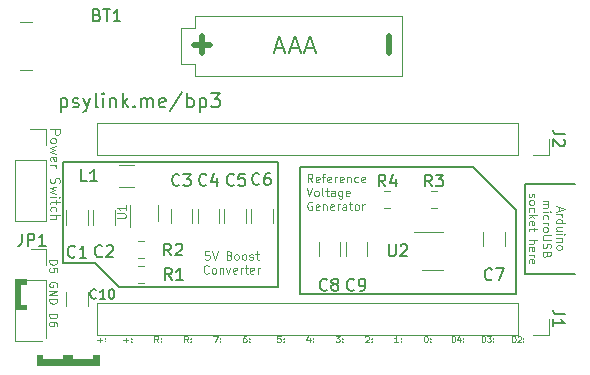
<source format=gbr>
G04 #@! TF.GenerationSoftware,KiCad,Pcbnew,5.1.5+dfsg1-2build2*
G04 #@! TF.CreationDate,2021-06-15T21:01:14+02:00*
G04 #@! TF.ProjectId,circuit9,63697263-7569-4743-992e-6b696361645f,rev?*
G04 #@! TF.SameCoordinates,Original*
G04 #@! TF.FileFunction,Legend,Top*
G04 #@! TF.FilePolarity,Positive*
%FSLAX46Y46*%
G04 Gerber Fmt 4.6, Leading zero omitted, Abs format (unit mm)*
G04 Created by KiCad (PCBNEW 5.1.5+dfsg1-2build2) date 2021-06-15 21:01:14*
%MOMM*%
%LPD*%
G04 APERTURE LIST*
%ADD10C,0.080000*%
%ADD11C,0.120000*%
%ADD12C,0.100000*%
%ADD13C,0.150000*%
%ADD14C,0.200000*%
%ADD15C,0.500000*%
%ADD16O,1.700000X1.700000*%
%ADD17R,1.700000X1.700000*%
%ADD18R,6.000000X3.000000*%
%ADD19R,0.400000X0.900000*%
%ADD20R,1.060000X0.650000*%
G04 APERTURE END LIST*
D10*
X60233714Y-52423190D02*
X60233714Y-51923190D01*
X60344428Y-51923190D01*
X60410857Y-51947000D01*
X60455142Y-51994619D01*
X60477285Y-52042238D01*
X60499428Y-52137476D01*
X60499428Y-52208904D01*
X60477285Y-52304142D01*
X60455142Y-52351761D01*
X60410857Y-52399380D01*
X60344428Y-52423190D01*
X60233714Y-52423190D01*
X60898000Y-52089857D02*
X60898000Y-52423190D01*
X60787285Y-51899380D02*
X60676571Y-52256523D01*
X60964428Y-52256523D01*
X61141571Y-52375571D02*
X61163714Y-52399380D01*
X61141571Y-52423190D01*
X61119428Y-52399380D01*
X61141571Y-52375571D01*
X61141571Y-52423190D01*
X61141571Y-52113666D02*
X61163714Y-52137476D01*
X61141571Y-52161285D01*
X61119428Y-52137476D01*
X61141571Y-52113666D01*
X61141571Y-52161285D01*
X62780142Y-52423190D02*
X62780142Y-51923190D01*
X62890857Y-51923190D01*
X62957285Y-51947000D01*
X63001571Y-51994619D01*
X63023714Y-52042238D01*
X63045857Y-52137476D01*
X63045857Y-52208904D01*
X63023714Y-52304142D01*
X63001571Y-52351761D01*
X62957285Y-52399380D01*
X62890857Y-52423190D01*
X62780142Y-52423190D01*
X63200857Y-51923190D02*
X63488714Y-51923190D01*
X63333714Y-52113666D01*
X63400142Y-52113666D01*
X63444428Y-52137476D01*
X63466571Y-52161285D01*
X63488714Y-52208904D01*
X63488714Y-52327952D01*
X63466571Y-52375571D01*
X63444428Y-52399380D01*
X63400142Y-52423190D01*
X63267285Y-52423190D01*
X63223000Y-52399380D01*
X63200857Y-52375571D01*
X63688000Y-52375571D02*
X63710142Y-52399380D01*
X63688000Y-52423190D01*
X63665857Y-52399380D01*
X63688000Y-52375571D01*
X63688000Y-52423190D01*
X63688000Y-52113666D02*
X63710142Y-52137476D01*
X63688000Y-52161285D01*
X63665857Y-52137476D01*
X63688000Y-52113666D01*
X63688000Y-52161285D01*
X65326571Y-52423190D02*
X65326571Y-51923190D01*
X65437285Y-51923190D01*
X65503714Y-51947000D01*
X65548000Y-51994619D01*
X65570142Y-52042238D01*
X65592285Y-52137476D01*
X65592285Y-52208904D01*
X65570142Y-52304142D01*
X65548000Y-52351761D01*
X65503714Y-52399380D01*
X65437285Y-52423190D01*
X65326571Y-52423190D01*
X65769428Y-51970809D02*
X65791571Y-51947000D01*
X65835857Y-51923190D01*
X65946571Y-51923190D01*
X65990857Y-51947000D01*
X66013000Y-51970809D01*
X66035142Y-52018428D01*
X66035142Y-52066047D01*
X66013000Y-52137476D01*
X65747285Y-52423190D01*
X66035142Y-52423190D01*
X66234428Y-52375571D02*
X66256571Y-52399380D01*
X66234428Y-52423190D01*
X66212285Y-52399380D01*
X66234428Y-52375571D01*
X66234428Y-52423190D01*
X66234428Y-52113666D02*
X66256571Y-52137476D01*
X66234428Y-52161285D01*
X66212285Y-52137476D01*
X66234428Y-52113666D01*
X66234428Y-52161285D01*
D11*
X26099333Y-45460000D02*
X26799333Y-45460000D01*
X26799333Y-45626666D01*
X26766000Y-45726666D01*
X26699333Y-45793333D01*
X26632666Y-45826666D01*
X26499333Y-45860000D01*
X26399333Y-45860000D01*
X26266000Y-45826666D01*
X26199333Y-45793333D01*
X26132666Y-45726666D01*
X26099333Y-45626666D01*
X26099333Y-45460000D01*
X26799333Y-46493333D02*
X26799333Y-46160000D01*
X26466000Y-46126666D01*
X26499333Y-46160000D01*
X26532666Y-46226666D01*
X26532666Y-46393333D01*
X26499333Y-46460000D01*
X26466000Y-46493333D01*
X26399333Y-46526666D01*
X26232666Y-46526666D01*
X26166000Y-46493333D01*
X26132666Y-46460000D01*
X26099333Y-46393333D01*
X26099333Y-46226666D01*
X26132666Y-46160000D01*
X26166000Y-46126666D01*
X26766000Y-47726666D02*
X26799333Y-47660000D01*
X26799333Y-47560000D01*
X26766000Y-47460000D01*
X26699333Y-47393333D01*
X26632666Y-47360000D01*
X26499333Y-47326666D01*
X26399333Y-47326666D01*
X26266000Y-47360000D01*
X26199333Y-47393333D01*
X26132666Y-47460000D01*
X26099333Y-47560000D01*
X26099333Y-47626666D01*
X26132666Y-47726666D01*
X26166000Y-47760000D01*
X26399333Y-47760000D01*
X26399333Y-47626666D01*
X26099333Y-48060000D02*
X26799333Y-48060000D01*
X26099333Y-48460000D01*
X26799333Y-48460000D01*
X26099333Y-48793333D02*
X26799333Y-48793333D01*
X26799333Y-48960000D01*
X26766000Y-49060000D01*
X26699333Y-49126666D01*
X26632666Y-49160000D01*
X26499333Y-49193333D01*
X26399333Y-49193333D01*
X26266000Y-49160000D01*
X26199333Y-49126666D01*
X26132666Y-49060000D01*
X26099333Y-48960000D01*
X26099333Y-48793333D01*
X26099333Y-50026666D02*
X26799333Y-50026666D01*
X26799333Y-50193333D01*
X26766000Y-50293333D01*
X26699333Y-50360000D01*
X26632666Y-50393333D01*
X26499333Y-50426666D01*
X26399333Y-50426666D01*
X26266000Y-50393333D01*
X26199333Y-50360000D01*
X26132666Y-50293333D01*
X26099333Y-50193333D01*
X26099333Y-50026666D01*
X26799333Y-51026666D02*
X26799333Y-50893333D01*
X26766000Y-50826666D01*
X26732666Y-50793333D01*
X26632666Y-50726666D01*
X26499333Y-50693333D01*
X26232666Y-50693333D01*
X26166000Y-50726666D01*
X26132666Y-50760000D01*
X26099333Y-50826666D01*
X26099333Y-50960000D01*
X26132666Y-51026666D01*
X26166000Y-51060000D01*
X26232666Y-51093333D01*
X26399333Y-51093333D01*
X26466000Y-51060000D01*
X26499333Y-51026666D01*
X26532666Y-50960000D01*
X26532666Y-50826666D01*
X26499333Y-50760000D01*
X26466000Y-50726666D01*
X26399333Y-50693333D01*
X69252333Y-40982333D02*
X69252333Y-41315666D01*
X69052333Y-40915666D02*
X69752333Y-41149000D01*
X69052333Y-41382333D01*
X69052333Y-41615666D02*
X69519000Y-41615666D01*
X69385666Y-41615666D02*
X69452333Y-41649000D01*
X69485666Y-41682333D01*
X69519000Y-41749000D01*
X69519000Y-41815666D01*
X69052333Y-42349000D02*
X69752333Y-42349000D01*
X69085666Y-42349000D02*
X69052333Y-42282333D01*
X69052333Y-42149000D01*
X69085666Y-42082333D01*
X69119000Y-42049000D01*
X69185666Y-42015666D01*
X69385666Y-42015666D01*
X69452333Y-42049000D01*
X69485666Y-42082333D01*
X69519000Y-42149000D01*
X69519000Y-42282333D01*
X69485666Y-42349000D01*
X69519000Y-42982333D02*
X69052333Y-42982333D01*
X69519000Y-42682333D02*
X69152333Y-42682333D01*
X69085666Y-42715666D01*
X69052333Y-42782333D01*
X69052333Y-42882333D01*
X69085666Y-42949000D01*
X69119000Y-42982333D01*
X69052333Y-43315666D02*
X69519000Y-43315666D01*
X69752333Y-43315666D02*
X69719000Y-43282333D01*
X69685666Y-43315666D01*
X69719000Y-43349000D01*
X69752333Y-43315666D01*
X69685666Y-43315666D01*
X69519000Y-43649000D02*
X69052333Y-43649000D01*
X69452333Y-43649000D02*
X69485666Y-43682333D01*
X69519000Y-43749000D01*
X69519000Y-43849000D01*
X69485666Y-43915666D01*
X69419000Y-43949000D01*
X69052333Y-43949000D01*
X69052333Y-44382333D02*
X69085666Y-44315666D01*
X69119000Y-44282333D01*
X69185666Y-44249000D01*
X69385666Y-44249000D01*
X69452333Y-44282333D01*
X69485666Y-44315666D01*
X69519000Y-44382333D01*
X69519000Y-44482333D01*
X69485666Y-44549000D01*
X69452333Y-44582333D01*
X69385666Y-44615666D01*
X69185666Y-44615666D01*
X69119000Y-44582333D01*
X69085666Y-44549000D01*
X69052333Y-44482333D01*
X69052333Y-44382333D01*
X67882333Y-40449000D02*
X68349000Y-40449000D01*
X68282333Y-40449000D02*
X68315666Y-40482333D01*
X68349000Y-40549000D01*
X68349000Y-40649000D01*
X68315666Y-40715666D01*
X68249000Y-40749000D01*
X67882333Y-40749000D01*
X68249000Y-40749000D02*
X68315666Y-40782333D01*
X68349000Y-40849000D01*
X68349000Y-40949000D01*
X68315666Y-41015666D01*
X68249000Y-41049000D01*
X67882333Y-41049000D01*
X67882333Y-41382333D02*
X68349000Y-41382333D01*
X68582333Y-41382333D02*
X68549000Y-41349000D01*
X68515666Y-41382333D01*
X68549000Y-41415666D01*
X68582333Y-41382333D01*
X68515666Y-41382333D01*
X67915666Y-42015666D02*
X67882333Y-41949000D01*
X67882333Y-41815666D01*
X67915666Y-41749000D01*
X67949000Y-41715666D01*
X68015666Y-41682333D01*
X68215666Y-41682333D01*
X68282333Y-41715666D01*
X68315666Y-41749000D01*
X68349000Y-41815666D01*
X68349000Y-41949000D01*
X68315666Y-42015666D01*
X67882333Y-42315666D02*
X68349000Y-42315666D01*
X68215666Y-42315666D02*
X68282333Y-42349000D01*
X68315666Y-42382333D01*
X68349000Y-42449000D01*
X68349000Y-42515666D01*
X67882333Y-42849000D02*
X67915666Y-42782333D01*
X67949000Y-42749000D01*
X68015666Y-42715666D01*
X68215666Y-42715666D01*
X68282333Y-42749000D01*
X68315666Y-42782333D01*
X68349000Y-42849000D01*
X68349000Y-42949000D01*
X68315666Y-43015666D01*
X68282333Y-43049000D01*
X68215666Y-43082333D01*
X68015666Y-43082333D01*
X67949000Y-43049000D01*
X67915666Y-43015666D01*
X67882333Y-42949000D01*
X67882333Y-42849000D01*
X68582333Y-43382333D02*
X68015666Y-43382333D01*
X67949000Y-43415666D01*
X67915666Y-43449000D01*
X67882333Y-43515666D01*
X67882333Y-43649000D01*
X67915666Y-43715666D01*
X67949000Y-43749000D01*
X68015666Y-43782333D01*
X68582333Y-43782333D01*
X67915666Y-44082333D02*
X67882333Y-44182333D01*
X67882333Y-44349000D01*
X67915666Y-44415666D01*
X67949000Y-44449000D01*
X68015666Y-44482333D01*
X68082333Y-44482333D01*
X68149000Y-44449000D01*
X68182333Y-44415666D01*
X68215666Y-44349000D01*
X68249000Y-44215666D01*
X68282333Y-44149000D01*
X68315666Y-44115666D01*
X68382333Y-44082333D01*
X68449000Y-44082333D01*
X68515666Y-44115666D01*
X68549000Y-44149000D01*
X68582333Y-44215666D01*
X68582333Y-44382333D01*
X68549000Y-44482333D01*
X68249000Y-45015666D02*
X68215666Y-45115666D01*
X68182333Y-45149000D01*
X68115666Y-45182333D01*
X68015666Y-45182333D01*
X67949000Y-45149000D01*
X67915666Y-45115666D01*
X67882333Y-45049000D01*
X67882333Y-44782333D01*
X68582333Y-44782333D01*
X68582333Y-45015666D01*
X68549000Y-45082333D01*
X68515666Y-45115666D01*
X68449000Y-45149000D01*
X68382333Y-45149000D01*
X68315666Y-45115666D01*
X68282333Y-45082333D01*
X68249000Y-45015666D01*
X68249000Y-44782333D01*
X66745666Y-39849000D02*
X66712333Y-39915666D01*
X66712333Y-40049000D01*
X66745666Y-40115666D01*
X66812333Y-40149000D01*
X66845666Y-40149000D01*
X66912333Y-40115666D01*
X66945666Y-40049000D01*
X66945666Y-39949000D01*
X66979000Y-39882333D01*
X67045666Y-39849000D01*
X67079000Y-39849000D01*
X67145666Y-39882333D01*
X67179000Y-39949000D01*
X67179000Y-40049000D01*
X67145666Y-40115666D01*
X66712333Y-40549000D02*
X66745666Y-40482333D01*
X66779000Y-40449000D01*
X66845666Y-40415666D01*
X67045666Y-40415666D01*
X67112333Y-40449000D01*
X67145666Y-40482333D01*
X67179000Y-40549000D01*
X67179000Y-40649000D01*
X67145666Y-40715666D01*
X67112333Y-40749000D01*
X67045666Y-40782333D01*
X66845666Y-40782333D01*
X66779000Y-40749000D01*
X66745666Y-40715666D01*
X66712333Y-40649000D01*
X66712333Y-40549000D01*
X66745666Y-41382333D02*
X66712333Y-41315666D01*
X66712333Y-41182333D01*
X66745666Y-41115666D01*
X66779000Y-41082333D01*
X66845666Y-41049000D01*
X67045666Y-41049000D01*
X67112333Y-41082333D01*
X67145666Y-41115666D01*
X67179000Y-41182333D01*
X67179000Y-41315666D01*
X67145666Y-41382333D01*
X66712333Y-41682333D02*
X67412333Y-41682333D01*
X66979000Y-41749000D02*
X66712333Y-41949000D01*
X67179000Y-41949000D02*
X66912333Y-41682333D01*
X66745666Y-42515666D02*
X66712333Y-42449000D01*
X66712333Y-42315666D01*
X66745666Y-42249000D01*
X66812333Y-42215666D01*
X67079000Y-42215666D01*
X67145666Y-42249000D01*
X67179000Y-42315666D01*
X67179000Y-42449000D01*
X67145666Y-42515666D01*
X67079000Y-42549000D01*
X67012333Y-42549000D01*
X66945666Y-42215666D01*
X67179000Y-42749000D02*
X67179000Y-43015666D01*
X67412333Y-42849000D02*
X66812333Y-42849000D01*
X66745666Y-42882333D01*
X66712333Y-42949000D01*
X66712333Y-43015666D01*
X66712333Y-43782333D02*
X67412333Y-43782333D01*
X66712333Y-44082333D02*
X67079000Y-44082333D01*
X67145666Y-44049000D01*
X67179000Y-43982333D01*
X67179000Y-43882333D01*
X67145666Y-43815666D01*
X67112333Y-43782333D01*
X66745666Y-44682333D02*
X66712333Y-44615666D01*
X66712333Y-44482333D01*
X66745666Y-44415666D01*
X66812333Y-44382333D01*
X67079000Y-44382333D01*
X67145666Y-44415666D01*
X67179000Y-44482333D01*
X67179000Y-44615666D01*
X67145666Y-44682333D01*
X67079000Y-44715666D01*
X67012333Y-44715666D01*
X66945666Y-44382333D01*
X66712333Y-45015666D02*
X67179000Y-45015666D01*
X67045666Y-45015666D02*
X67112333Y-45049000D01*
X67145666Y-45082333D01*
X67179000Y-45149000D01*
X67179000Y-45215666D01*
X66745666Y-45715666D02*
X66712333Y-45649000D01*
X66712333Y-45515666D01*
X66745666Y-45449000D01*
X66812333Y-45415666D01*
X67079000Y-45415666D01*
X67145666Y-45449000D01*
X67179000Y-45515666D01*
X67179000Y-45649000D01*
X67145666Y-45715666D01*
X67079000Y-45749000D01*
X67012333Y-45749000D01*
X66945666Y-45415666D01*
D12*
G36*
X24104600Y-47523400D02*
G01*
X23736300Y-47523400D01*
X23723600Y-49263300D01*
X24107140Y-49263300D01*
X24107140Y-49657000D01*
X23190200Y-49657000D01*
X23190200Y-47053500D01*
X24104600Y-47053500D01*
X24104600Y-47523400D01*
G37*
X24104600Y-47523400D02*
X23736300Y-47523400D01*
X23723600Y-49263300D01*
X24107140Y-49263300D01*
X24107140Y-49657000D01*
X23190200Y-49657000D01*
X23190200Y-47053500D01*
X24104600Y-47053500D01*
X24104600Y-47523400D01*
D13*
X66421000Y-39027100D02*
X70612000Y-39027100D01*
X66421000Y-46647100D02*
X66421000Y-39027100D01*
X70612000Y-46647100D02*
X66421000Y-46647100D01*
X47371000Y-48387000D02*
X65659000Y-48387000D01*
X27305000Y-45720000D02*
X29972000Y-45720000D01*
X27305000Y-37211000D02*
X27305000Y-45720000D01*
X45466000Y-37211000D02*
X45466000Y-47752000D01*
X27305000Y-37211000D02*
X45466000Y-37211000D01*
X32004000Y-47752000D02*
X29972000Y-45720000D01*
X45466000Y-47752000D02*
X32004000Y-47752000D01*
X61976000Y-37592000D02*
X47371000Y-37592000D01*
X65659000Y-41275000D02*
X61976000Y-37592000D01*
X65659000Y-48387000D02*
X65659000Y-41275000D01*
X47371000Y-37592000D02*
X47371000Y-48387000D01*
D14*
X45245542Y-27555000D02*
X45959828Y-27555000D01*
X45102685Y-27983571D02*
X45602685Y-26483571D01*
X46102685Y-27983571D01*
X46531257Y-27555000D02*
X47245542Y-27555000D01*
X46388400Y-27983571D02*
X46888400Y-26483571D01*
X47388400Y-27983571D01*
X47816971Y-27555000D02*
X48531257Y-27555000D01*
X47674114Y-27983571D02*
X48174114Y-26483571D01*
X48674114Y-27983571D01*
D10*
X30156142Y-52232714D02*
X30579000Y-52232714D01*
X30367571Y-52423190D02*
X30367571Y-52042238D01*
X30843285Y-52375571D02*
X30869714Y-52399380D01*
X30843285Y-52423190D01*
X30816857Y-52399380D01*
X30843285Y-52375571D01*
X30843285Y-52423190D01*
X30843285Y-52113666D02*
X30869714Y-52137476D01*
X30843285Y-52161285D01*
X30816857Y-52137476D01*
X30843285Y-52113666D01*
X30843285Y-52161285D01*
X32376142Y-52232714D02*
X32799000Y-52232714D01*
X32587571Y-52423190D02*
X32587571Y-52042238D01*
X33063285Y-52375571D02*
X33089714Y-52399380D01*
X33063285Y-52423190D01*
X33036857Y-52399380D01*
X33063285Y-52375571D01*
X33063285Y-52423190D01*
X33063285Y-52113666D02*
X33089714Y-52137476D01*
X33063285Y-52161285D01*
X33036857Y-52137476D01*
X33063285Y-52113666D01*
X33063285Y-52161285D01*
X35336142Y-52423190D02*
X35151142Y-52185095D01*
X35019000Y-52423190D02*
X35019000Y-51923190D01*
X35230428Y-51923190D01*
X35283285Y-51947000D01*
X35309714Y-51970809D01*
X35336142Y-52018428D01*
X35336142Y-52089857D01*
X35309714Y-52137476D01*
X35283285Y-52161285D01*
X35230428Y-52185095D01*
X35019000Y-52185095D01*
X35574000Y-52375571D02*
X35600428Y-52399380D01*
X35574000Y-52423190D01*
X35547571Y-52399380D01*
X35574000Y-52375571D01*
X35574000Y-52423190D01*
X35574000Y-52113666D02*
X35600428Y-52137476D01*
X35574000Y-52161285D01*
X35547571Y-52137476D01*
X35574000Y-52113666D01*
X35574000Y-52161285D01*
X37846857Y-52423190D02*
X37661857Y-52185095D01*
X37529714Y-52423190D02*
X37529714Y-51923190D01*
X37741142Y-51923190D01*
X37794000Y-51947000D01*
X37820428Y-51970809D01*
X37846857Y-52018428D01*
X37846857Y-52089857D01*
X37820428Y-52137476D01*
X37794000Y-52161285D01*
X37741142Y-52185095D01*
X37529714Y-52185095D01*
X38084714Y-52375571D02*
X38111142Y-52399380D01*
X38084714Y-52423190D01*
X38058285Y-52399380D01*
X38084714Y-52375571D01*
X38084714Y-52423190D01*
X38084714Y-52113666D02*
X38111142Y-52137476D01*
X38084714Y-52161285D01*
X38058285Y-52137476D01*
X38084714Y-52113666D01*
X38084714Y-52161285D01*
X39987571Y-51923190D02*
X40357571Y-51923190D01*
X40119714Y-52423190D01*
X40569000Y-52375571D02*
X40595428Y-52399380D01*
X40569000Y-52423190D01*
X40542571Y-52399380D01*
X40569000Y-52375571D01*
X40569000Y-52423190D01*
X40569000Y-52113666D02*
X40595428Y-52137476D01*
X40569000Y-52161285D01*
X40542571Y-52137476D01*
X40569000Y-52113666D01*
X40569000Y-52161285D01*
X42762571Y-51923190D02*
X42656857Y-51923190D01*
X42604000Y-51947000D01*
X42577571Y-51970809D01*
X42524714Y-52042238D01*
X42498285Y-52137476D01*
X42498285Y-52327952D01*
X42524714Y-52375571D01*
X42551142Y-52399380D01*
X42604000Y-52423190D01*
X42709714Y-52423190D01*
X42762571Y-52399380D01*
X42789000Y-52375571D01*
X42815428Y-52327952D01*
X42815428Y-52208904D01*
X42789000Y-52161285D01*
X42762571Y-52137476D01*
X42709714Y-52113666D01*
X42604000Y-52113666D01*
X42551142Y-52137476D01*
X42524714Y-52161285D01*
X42498285Y-52208904D01*
X43053285Y-52375571D02*
X43079714Y-52399380D01*
X43053285Y-52423190D01*
X43026857Y-52399380D01*
X43053285Y-52375571D01*
X43053285Y-52423190D01*
X43053285Y-52113666D02*
X43079714Y-52137476D01*
X43053285Y-52161285D01*
X43026857Y-52137476D01*
X43053285Y-52113666D01*
X43053285Y-52161285D01*
X45696142Y-51923190D02*
X45431857Y-51923190D01*
X45405428Y-52161285D01*
X45431857Y-52137476D01*
X45484714Y-52113666D01*
X45616857Y-52113666D01*
X45669714Y-52137476D01*
X45696142Y-52161285D01*
X45722571Y-52208904D01*
X45722571Y-52327952D01*
X45696142Y-52375571D01*
X45669714Y-52399380D01*
X45616857Y-52423190D01*
X45484714Y-52423190D01*
X45431857Y-52399380D01*
X45405428Y-52375571D01*
X45960428Y-52375571D02*
X45986857Y-52399380D01*
X45960428Y-52423190D01*
X45934000Y-52399380D01*
X45960428Y-52375571D01*
X45960428Y-52423190D01*
X45960428Y-52113666D02*
X45986857Y-52137476D01*
X45960428Y-52161285D01*
X45934000Y-52137476D01*
X45960428Y-52113666D01*
X45960428Y-52161285D01*
X48154000Y-52089857D02*
X48154000Y-52423190D01*
X48021857Y-51899380D02*
X47889714Y-52256523D01*
X48233285Y-52256523D01*
X48444714Y-52375571D02*
X48471142Y-52399380D01*
X48444714Y-52423190D01*
X48418285Y-52399380D01*
X48444714Y-52375571D01*
X48444714Y-52423190D01*
X48444714Y-52113666D02*
X48471142Y-52137476D01*
X48444714Y-52161285D01*
X48418285Y-52137476D01*
X48444714Y-52113666D01*
X48444714Y-52161285D01*
X50347571Y-51923190D02*
X50691142Y-51923190D01*
X50506142Y-52113666D01*
X50585428Y-52113666D01*
X50638285Y-52137476D01*
X50664714Y-52161285D01*
X50691142Y-52208904D01*
X50691142Y-52327952D01*
X50664714Y-52375571D01*
X50638285Y-52399380D01*
X50585428Y-52423190D01*
X50426857Y-52423190D01*
X50374000Y-52399380D01*
X50347571Y-52375571D01*
X50929000Y-52375571D02*
X50955428Y-52399380D01*
X50929000Y-52423190D01*
X50902571Y-52399380D01*
X50929000Y-52375571D01*
X50929000Y-52423190D01*
X50929000Y-52113666D02*
X50955428Y-52137476D01*
X50929000Y-52161285D01*
X50902571Y-52137476D01*
X50929000Y-52113666D01*
X50929000Y-52161285D01*
X52858285Y-51970809D02*
X52884714Y-51947000D01*
X52937571Y-51923190D01*
X53069714Y-51923190D01*
X53122571Y-51947000D01*
X53149000Y-51970809D01*
X53175428Y-52018428D01*
X53175428Y-52066047D01*
X53149000Y-52137476D01*
X52831857Y-52423190D01*
X53175428Y-52423190D01*
X53413285Y-52375571D02*
X53439714Y-52399380D01*
X53413285Y-52423190D01*
X53386857Y-52399380D01*
X53413285Y-52375571D01*
X53413285Y-52423190D01*
X53413285Y-52113666D02*
X53439714Y-52137476D01*
X53413285Y-52161285D01*
X53386857Y-52137476D01*
X53413285Y-52113666D01*
X53413285Y-52161285D01*
X55659714Y-52423190D02*
X55342571Y-52423190D01*
X55501142Y-52423190D02*
X55501142Y-51923190D01*
X55448285Y-51994619D01*
X55395428Y-52042238D01*
X55342571Y-52066047D01*
X55897571Y-52375571D02*
X55924000Y-52399380D01*
X55897571Y-52423190D01*
X55871142Y-52399380D01*
X55897571Y-52375571D01*
X55897571Y-52423190D01*
X55897571Y-52113666D02*
X55924000Y-52137476D01*
X55897571Y-52161285D01*
X55871142Y-52137476D01*
X55897571Y-52113666D01*
X55897571Y-52161285D01*
X57958999Y-51923190D02*
X58011857Y-51923190D01*
X58064714Y-51947000D01*
X58091142Y-51970809D01*
X58117571Y-52018428D01*
X58143999Y-52113666D01*
X58143999Y-52232714D01*
X58117571Y-52327952D01*
X58091142Y-52375571D01*
X58064714Y-52399380D01*
X58011857Y-52423190D01*
X57958999Y-52423190D01*
X57906142Y-52399380D01*
X57879714Y-52375571D01*
X57853285Y-52327952D01*
X57826857Y-52232714D01*
X57826857Y-52113666D01*
X57853285Y-52018428D01*
X57879714Y-51970809D01*
X57906142Y-51947000D01*
X57958999Y-51923190D01*
X58381857Y-52375571D02*
X58408285Y-52399380D01*
X58381857Y-52423190D01*
X58355428Y-52399380D01*
X58381857Y-52375571D01*
X58381857Y-52423190D01*
X58381857Y-52113666D02*
X58408285Y-52137476D01*
X58381857Y-52161285D01*
X58355428Y-52137476D01*
X58381857Y-52113666D01*
X58381857Y-52161285D01*
D12*
G36*
X30289500Y-54406800D02*
G01*
X25082500Y-54406800D01*
X25082500Y-53492400D01*
X25552400Y-53492400D01*
X25552400Y-53860700D01*
X27292300Y-53873400D01*
X27292300Y-53489860D01*
X28067000Y-53489860D01*
X28067000Y-53873400D01*
X29845000Y-53873400D01*
X29845000Y-53479700D01*
X30289500Y-53479700D01*
X30289500Y-54406800D01*
G37*
X30289500Y-54406800D02*
X25082500Y-54406800D01*
X25082500Y-53492400D01*
X25552400Y-53492400D01*
X25552400Y-53860700D01*
X27292300Y-53873400D01*
X27292300Y-53489860D01*
X28067000Y-53489860D01*
X28067000Y-53873400D01*
X29845000Y-53873400D01*
X29845000Y-53479700D01*
X30289500Y-53479700D01*
X30289500Y-54406800D01*
D11*
X48396666Y-38897666D02*
X48163333Y-38564333D01*
X47996666Y-38897666D02*
X47996666Y-38197666D01*
X48263333Y-38197666D01*
X48330000Y-38231000D01*
X48363333Y-38264333D01*
X48396666Y-38331000D01*
X48396666Y-38431000D01*
X48363333Y-38497666D01*
X48330000Y-38531000D01*
X48263333Y-38564333D01*
X47996666Y-38564333D01*
X48963333Y-38864333D02*
X48896666Y-38897666D01*
X48763333Y-38897666D01*
X48696666Y-38864333D01*
X48663333Y-38797666D01*
X48663333Y-38531000D01*
X48696666Y-38464333D01*
X48763333Y-38431000D01*
X48896666Y-38431000D01*
X48963333Y-38464333D01*
X48996666Y-38531000D01*
X48996666Y-38597666D01*
X48663333Y-38664333D01*
X49196666Y-38431000D02*
X49463333Y-38431000D01*
X49296666Y-38897666D02*
X49296666Y-38297666D01*
X49330000Y-38231000D01*
X49396666Y-38197666D01*
X49463333Y-38197666D01*
X49963333Y-38864333D02*
X49896666Y-38897666D01*
X49763333Y-38897666D01*
X49696666Y-38864333D01*
X49663333Y-38797666D01*
X49663333Y-38531000D01*
X49696666Y-38464333D01*
X49763333Y-38431000D01*
X49896666Y-38431000D01*
X49963333Y-38464333D01*
X49996666Y-38531000D01*
X49996666Y-38597666D01*
X49663333Y-38664333D01*
X50296666Y-38897666D02*
X50296666Y-38431000D01*
X50296666Y-38564333D02*
X50330000Y-38497666D01*
X50363333Y-38464333D01*
X50430000Y-38431000D01*
X50496666Y-38431000D01*
X50996666Y-38864333D02*
X50930000Y-38897666D01*
X50796666Y-38897666D01*
X50730000Y-38864333D01*
X50696666Y-38797666D01*
X50696666Y-38531000D01*
X50730000Y-38464333D01*
X50796666Y-38431000D01*
X50930000Y-38431000D01*
X50996666Y-38464333D01*
X51030000Y-38531000D01*
X51030000Y-38597666D01*
X50696666Y-38664333D01*
X51330000Y-38431000D02*
X51330000Y-38897666D01*
X51330000Y-38497666D02*
X51363333Y-38464333D01*
X51430000Y-38431000D01*
X51530000Y-38431000D01*
X51596666Y-38464333D01*
X51630000Y-38531000D01*
X51630000Y-38897666D01*
X52263333Y-38864333D02*
X52196666Y-38897666D01*
X52063333Y-38897666D01*
X51996666Y-38864333D01*
X51963333Y-38831000D01*
X51930000Y-38764333D01*
X51930000Y-38564333D01*
X51963333Y-38497666D01*
X51996666Y-38464333D01*
X52063333Y-38431000D01*
X52196666Y-38431000D01*
X52263333Y-38464333D01*
X52830000Y-38864333D02*
X52763333Y-38897666D01*
X52630000Y-38897666D01*
X52563333Y-38864333D01*
X52530000Y-38797666D01*
X52530000Y-38531000D01*
X52563333Y-38464333D01*
X52630000Y-38431000D01*
X52763333Y-38431000D01*
X52830000Y-38464333D01*
X52863333Y-38531000D01*
X52863333Y-38597666D01*
X52530000Y-38664333D01*
X47896666Y-39367666D02*
X48130000Y-40067666D01*
X48363333Y-39367666D01*
X48696666Y-40067666D02*
X48630000Y-40034333D01*
X48596666Y-40001000D01*
X48563333Y-39934333D01*
X48563333Y-39734333D01*
X48596666Y-39667666D01*
X48630000Y-39634333D01*
X48696666Y-39601000D01*
X48796666Y-39601000D01*
X48863333Y-39634333D01*
X48896666Y-39667666D01*
X48930000Y-39734333D01*
X48930000Y-39934333D01*
X48896666Y-40001000D01*
X48863333Y-40034333D01*
X48796666Y-40067666D01*
X48696666Y-40067666D01*
X49330000Y-40067666D02*
X49263333Y-40034333D01*
X49230000Y-39967666D01*
X49230000Y-39367666D01*
X49496666Y-39601000D02*
X49763333Y-39601000D01*
X49596666Y-39367666D02*
X49596666Y-39967666D01*
X49630000Y-40034333D01*
X49696666Y-40067666D01*
X49763333Y-40067666D01*
X50296666Y-40067666D02*
X50296666Y-39701000D01*
X50263333Y-39634333D01*
X50196666Y-39601000D01*
X50063333Y-39601000D01*
X49996666Y-39634333D01*
X50296666Y-40034333D02*
X50230000Y-40067666D01*
X50063333Y-40067666D01*
X49996666Y-40034333D01*
X49963333Y-39967666D01*
X49963333Y-39901000D01*
X49996666Y-39834333D01*
X50063333Y-39801000D01*
X50230000Y-39801000D01*
X50296666Y-39767666D01*
X50930000Y-39601000D02*
X50930000Y-40167666D01*
X50896666Y-40234333D01*
X50863333Y-40267666D01*
X50796666Y-40301000D01*
X50696666Y-40301000D01*
X50630000Y-40267666D01*
X50930000Y-40034333D02*
X50863333Y-40067666D01*
X50730000Y-40067666D01*
X50663333Y-40034333D01*
X50630000Y-40001000D01*
X50596666Y-39934333D01*
X50596666Y-39734333D01*
X50630000Y-39667666D01*
X50663333Y-39634333D01*
X50730000Y-39601000D01*
X50863333Y-39601000D01*
X50930000Y-39634333D01*
X51530000Y-40034333D02*
X51463333Y-40067666D01*
X51330000Y-40067666D01*
X51263333Y-40034333D01*
X51230000Y-39967666D01*
X51230000Y-39701000D01*
X51263333Y-39634333D01*
X51330000Y-39601000D01*
X51463333Y-39601000D01*
X51530000Y-39634333D01*
X51563333Y-39701000D01*
X51563333Y-39767666D01*
X51230000Y-39834333D01*
X48363333Y-40571000D02*
X48296666Y-40537666D01*
X48196666Y-40537666D01*
X48096666Y-40571000D01*
X48030000Y-40637666D01*
X47996666Y-40704333D01*
X47963333Y-40837666D01*
X47963333Y-40937666D01*
X47996666Y-41071000D01*
X48030000Y-41137666D01*
X48096666Y-41204333D01*
X48196666Y-41237666D01*
X48263333Y-41237666D01*
X48363333Y-41204333D01*
X48396666Y-41171000D01*
X48396666Y-40937666D01*
X48263333Y-40937666D01*
X48963333Y-41204333D02*
X48896666Y-41237666D01*
X48763333Y-41237666D01*
X48696666Y-41204333D01*
X48663333Y-41137666D01*
X48663333Y-40871000D01*
X48696666Y-40804333D01*
X48763333Y-40771000D01*
X48896666Y-40771000D01*
X48963333Y-40804333D01*
X48996666Y-40871000D01*
X48996666Y-40937666D01*
X48663333Y-41004333D01*
X49296666Y-40771000D02*
X49296666Y-41237666D01*
X49296666Y-40837666D02*
X49330000Y-40804333D01*
X49396666Y-40771000D01*
X49496666Y-40771000D01*
X49563333Y-40804333D01*
X49596666Y-40871000D01*
X49596666Y-41237666D01*
X50196666Y-41204333D02*
X50130000Y-41237666D01*
X49996666Y-41237666D01*
X49930000Y-41204333D01*
X49896666Y-41137666D01*
X49896666Y-40871000D01*
X49930000Y-40804333D01*
X49996666Y-40771000D01*
X50130000Y-40771000D01*
X50196666Y-40804333D01*
X50230000Y-40871000D01*
X50230000Y-40937666D01*
X49896666Y-41004333D01*
X50530000Y-41237666D02*
X50530000Y-40771000D01*
X50530000Y-40904333D02*
X50563333Y-40837666D01*
X50596666Y-40804333D01*
X50663333Y-40771000D01*
X50730000Y-40771000D01*
X51263333Y-41237666D02*
X51263333Y-40871000D01*
X51230000Y-40804333D01*
X51163333Y-40771000D01*
X51030000Y-40771000D01*
X50963333Y-40804333D01*
X51263333Y-41204333D02*
X51196666Y-41237666D01*
X51030000Y-41237666D01*
X50963333Y-41204333D01*
X50930000Y-41137666D01*
X50930000Y-41071000D01*
X50963333Y-41004333D01*
X51030000Y-40971000D01*
X51196666Y-40971000D01*
X51263333Y-40937666D01*
X51496666Y-40771000D02*
X51763333Y-40771000D01*
X51596666Y-40537666D02*
X51596666Y-41137666D01*
X51630000Y-41204333D01*
X51696666Y-41237666D01*
X51763333Y-41237666D01*
X52096666Y-41237666D02*
X52030000Y-41204333D01*
X51996666Y-41171000D01*
X51963333Y-41104333D01*
X51963333Y-40904333D01*
X51996666Y-40837666D01*
X52030000Y-40804333D01*
X52096666Y-40771000D01*
X52196666Y-40771000D01*
X52263333Y-40804333D01*
X52296666Y-40837666D01*
X52330000Y-40904333D01*
X52330000Y-41104333D01*
X52296666Y-41171000D01*
X52263333Y-41204333D01*
X52196666Y-41237666D01*
X52096666Y-41237666D01*
X52630000Y-41237666D02*
X52630000Y-40771000D01*
X52630000Y-40904333D02*
X52663333Y-40837666D01*
X52696666Y-40804333D01*
X52763333Y-40771000D01*
X52830000Y-40771000D01*
X39662333Y-44751666D02*
X39329000Y-44751666D01*
X39295666Y-45085000D01*
X39329000Y-45051666D01*
X39395666Y-45018333D01*
X39562333Y-45018333D01*
X39629000Y-45051666D01*
X39662333Y-45085000D01*
X39695666Y-45151666D01*
X39695666Y-45318333D01*
X39662333Y-45385000D01*
X39629000Y-45418333D01*
X39562333Y-45451666D01*
X39395666Y-45451666D01*
X39329000Y-45418333D01*
X39295666Y-45385000D01*
X39895666Y-44751666D02*
X40129000Y-45451666D01*
X40362333Y-44751666D01*
X41362333Y-45085000D02*
X41462333Y-45118333D01*
X41495666Y-45151666D01*
X41529000Y-45218333D01*
X41529000Y-45318333D01*
X41495666Y-45385000D01*
X41462333Y-45418333D01*
X41395666Y-45451666D01*
X41129000Y-45451666D01*
X41129000Y-44751666D01*
X41362333Y-44751666D01*
X41429000Y-44785000D01*
X41462333Y-44818333D01*
X41495666Y-44885000D01*
X41495666Y-44951666D01*
X41462333Y-45018333D01*
X41429000Y-45051666D01*
X41362333Y-45085000D01*
X41129000Y-45085000D01*
X41929000Y-45451666D02*
X41862333Y-45418333D01*
X41829000Y-45385000D01*
X41795666Y-45318333D01*
X41795666Y-45118333D01*
X41829000Y-45051666D01*
X41862333Y-45018333D01*
X41929000Y-44985000D01*
X42029000Y-44985000D01*
X42095666Y-45018333D01*
X42129000Y-45051666D01*
X42162333Y-45118333D01*
X42162333Y-45318333D01*
X42129000Y-45385000D01*
X42095666Y-45418333D01*
X42029000Y-45451666D01*
X41929000Y-45451666D01*
X42562333Y-45451666D02*
X42495666Y-45418333D01*
X42462333Y-45385000D01*
X42429000Y-45318333D01*
X42429000Y-45118333D01*
X42462333Y-45051666D01*
X42495666Y-45018333D01*
X42562333Y-44985000D01*
X42662333Y-44985000D01*
X42729000Y-45018333D01*
X42762333Y-45051666D01*
X42795666Y-45118333D01*
X42795666Y-45318333D01*
X42762333Y-45385000D01*
X42729000Y-45418333D01*
X42662333Y-45451666D01*
X42562333Y-45451666D01*
X43062333Y-45418333D02*
X43129000Y-45451666D01*
X43262333Y-45451666D01*
X43329000Y-45418333D01*
X43362333Y-45351666D01*
X43362333Y-45318333D01*
X43329000Y-45251666D01*
X43262333Y-45218333D01*
X43162333Y-45218333D01*
X43095666Y-45185000D01*
X43062333Y-45118333D01*
X43062333Y-45085000D01*
X43095666Y-45018333D01*
X43162333Y-44985000D01*
X43262333Y-44985000D01*
X43329000Y-45018333D01*
X43562333Y-44985000D02*
X43829000Y-44985000D01*
X43662333Y-44751666D02*
X43662333Y-45351666D01*
X43695666Y-45418333D01*
X43762333Y-45451666D01*
X43829000Y-45451666D01*
X39612333Y-46555000D02*
X39579000Y-46588333D01*
X39479000Y-46621666D01*
X39412333Y-46621666D01*
X39312333Y-46588333D01*
X39245666Y-46521666D01*
X39212333Y-46455000D01*
X39179000Y-46321666D01*
X39179000Y-46221666D01*
X39212333Y-46088333D01*
X39245666Y-46021666D01*
X39312333Y-45955000D01*
X39412333Y-45921666D01*
X39479000Y-45921666D01*
X39579000Y-45955000D01*
X39612333Y-45988333D01*
X40012333Y-46621666D02*
X39945666Y-46588333D01*
X39912333Y-46555000D01*
X39879000Y-46488333D01*
X39879000Y-46288333D01*
X39912333Y-46221666D01*
X39945666Y-46188333D01*
X40012333Y-46155000D01*
X40112333Y-46155000D01*
X40179000Y-46188333D01*
X40212333Y-46221666D01*
X40245666Y-46288333D01*
X40245666Y-46488333D01*
X40212333Y-46555000D01*
X40179000Y-46588333D01*
X40112333Y-46621666D01*
X40012333Y-46621666D01*
X40545666Y-46155000D02*
X40545666Y-46621666D01*
X40545666Y-46221666D02*
X40579000Y-46188333D01*
X40645666Y-46155000D01*
X40745666Y-46155000D01*
X40812333Y-46188333D01*
X40845666Y-46255000D01*
X40845666Y-46621666D01*
X41112333Y-46155000D02*
X41279000Y-46621666D01*
X41445666Y-46155000D01*
X41979000Y-46588333D02*
X41912333Y-46621666D01*
X41779000Y-46621666D01*
X41712333Y-46588333D01*
X41679000Y-46521666D01*
X41679000Y-46255000D01*
X41712333Y-46188333D01*
X41779000Y-46155000D01*
X41912333Y-46155000D01*
X41979000Y-46188333D01*
X42012333Y-46255000D01*
X42012333Y-46321666D01*
X41679000Y-46388333D01*
X42312333Y-46621666D02*
X42312333Y-46155000D01*
X42312333Y-46288333D02*
X42345666Y-46221666D01*
X42379000Y-46188333D01*
X42445666Y-46155000D01*
X42512333Y-46155000D01*
X42645666Y-46155000D02*
X42912333Y-46155000D01*
X42745666Y-45921666D02*
X42745666Y-46521666D01*
X42779000Y-46588333D01*
X42845666Y-46621666D01*
X42912333Y-46621666D01*
X43412333Y-46588333D02*
X43345666Y-46621666D01*
X43212333Y-46621666D01*
X43145666Y-46588333D01*
X43112333Y-46521666D01*
X43112333Y-46255000D01*
X43145666Y-46188333D01*
X43212333Y-46155000D01*
X43345666Y-46155000D01*
X43412333Y-46188333D01*
X43445666Y-46255000D01*
X43445666Y-46321666D01*
X43112333Y-46388333D01*
X43745666Y-46621666D02*
X43745666Y-46155000D01*
X43745666Y-46288333D02*
X43779000Y-46221666D01*
X43812333Y-46188333D01*
X43879000Y-46155000D01*
X43945666Y-46155000D01*
X26181095Y-34417476D02*
X26981095Y-34417476D01*
X26981095Y-34722238D01*
X26943000Y-34798428D01*
X26904904Y-34836523D01*
X26828714Y-34874619D01*
X26714428Y-34874619D01*
X26638238Y-34836523D01*
X26600142Y-34798428D01*
X26562047Y-34722238D01*
X26562047Y-34417476D01*
X26181095Y-35331761D02*
X26219190Y-35255571D01*
X26257285Y-35217476D01*
X26333476Y-35179380D01*
X26562047Y-35179380D01*
X26638238Y-35217476D01*
X26676333Y-35255571D01*
X26714428Y-35331761D01*
X26714428Y-35446047D01*
X26676333Y-35522238D01*
X26638238Y-35560333D01*
X26562047Y-35598428D01*
X26333476Y-35598428D01*
X26257285Y-35560333D01*
X26219190Y-35522238D01*
X26181095Y-35446047D01*
X26181095Y-35331761D01*
X26714428Y-35865095D02*
X26181095Y-36017476D01*
X26562047Y-36169857D01*
X26181095Y-36322238D01*
X26714428Y-36474619D01*
X26219190Y-37084142D02*
X26181095Y-37007952D01*
X26181095Y-36855571D01*
X26219190Y-36779380D01*
X26295380Y-36741285D01*
X26600142Y-36741285D01*
X26676333Y-36779380D01*
X26714428Y-36855571D01*
X26714428Y-37007952D01*
X26676333Y-37084142D01*
X26600142Y-37122238D01*
X26523952Y-37122238D01*
X26447761Y-36741285D01*
X26181095Y-37465095D02*
X26714428Y-37465095D01*
X26562047Y-37465095D02*
X26638238Y-37503190D01*
X26676333Y-37541285D01*
X26714428Y-37617476D01*
X26714428Y-37693666D01*
X26219190Y-38531761D02*
X26181095Y-38646047D01*
X26181095Y-38836523D01*
X26219190Y-38912714D01*
X26257285Y-38950809D01*
X26333476Y-38988904D01*
X26409666Y-38988904D01*
X26485857Y-38950809D01*
X26523952Y-38912714D01*
X26562047Y-38836523D01*
X26600142Y-38684142D01*
X26638238Y-38607952D01*
X26676333Y-38569857D01*
X26752523Y-38531761D01*
X26828714Y-38531761D01*
X26904904Y-38569857D01*
X26943000Y-38607952D01*
X26981095Y-38684142D01*
X26981095Y-38874619D01*
X26943000Y-38988904D01*
X26714428Y-39255571D02*
X26181095Y-39407952D01*
X26562047Y-39560333D01*
X26181095Y-39712714D01*
X26714428Y-39865095D01*
X26181095Y-40169857D02*
X26714428Y-40169857D01*
X26981095Y-40169857D02*
X26943000Y-40131761D01*
X26904904Y-40169857D01*
X26943000Y-40207952D01*
X26981095Y-40169857D01*
X26904904Y-40169857D01*
X26714428Y-40436523D02*
X26714428Y-40741285D01*
X26981095Y-40550809D02*
X26295380Y-40550809D01*
X26219190Y-40588904D01*
X26181095Y-40665095D01*
X26181095Y-40741285D01*
X26219190Y-41350809D02*
X26181095Y-41274619D01*
X26181095Y-41122238D01*
X26219190Y-41046047D01*
X26257285Y-41007952D01*
X26333476Y-40969857D01*
X26562047Y-40969857D01*
X26638238Y-41007952D01*
X26676333Y-41046047D01*
X26714428Y-41122238D01*
X26714428Y-41274619D01*
X26676333Y-41350809D01*
X26181095Y-41693666D02*
X26981095Y-41693666D01*
X26181095Y-42036523D02*
X26600142Y-42036523D01*
X26676333Y-41998428D01*
X26714428Y-41922238D01*
X26714428Y-41807952D01*
X26676333Y-41731761D01*
X26638238Y-41693666D01*
D13*
X27067714Y-31746857D02*
X27067714Y-32946857D01*
X27067714Y-31804000D02*
X27182000Y-31746857D01*
X27410571Y-31746857D01*
X27524857Y-31804000D01*
X27582000Y-31861142D01*
X27639142Y-31975428D01*
X27639142Y-32318285D01*
X27582000Y-32432571D01*
X27524857Y-32489714D01*
X27410571Y-32546857D01*
X27182000Y-32546857D01*
X27067714Y-32489714D01*
X28096285Y-32489714D02*
X28210571Y-32546857D01*
X28439142Y-32546857D01*
X28553428Y-32489714D01*
X28610571Y-32375428D01*
X28610571Y-32318285D01*
X28553428Y-32204000D01*
X28439142Y-32146857D01*
X28267714Y-32146857D01*
X28153428Y-32089714D01*
X28096285Y-31975428D01*
X28096285Y-31918285D01*
X28153428Y-31804000D01*
X28267714Y-31746857D01*
X28439142Y-31746857D01*
X28553428Y-31804000D01*
X29010571Y-31746857D02*
X29296285Y-32546857D01*
X29582000Y-31746857D02*
X29296285Y-32546857D01*
X29182000Y-32832571D01*
X29124857Y-32889714D01*
X29010571Y-32946857D01*
X30210571Y-32546857D02*
X30096285Y-32489714D01*
X30039142Y-32375428D01*
X30039142Y-31346857D01*
X30667714Y-32546857D02*
X30667714Y-31746857D01*
X30667714Y-31346857D02*
X30610571Y-31404000D01*
X30667714Y-31461142D01*
X30724857Y-31404000D01*
X30667714Y-31346857D01*
X30667714Y-31461142D01*
X31239142Y-31746857D02*
X31239142Y-32546857D01*
X31239142Y-31861142D02*
X31296285Y-31804000D01*
X31410571Y-31746857D01*
X31582000Y-31746857D01*
X31696285Y-31804000D01*
X31753428Y-31918285D01*
X31753428Y-32546857D01*
X32324857Y-32546857D02*
X32324857Y-31346857D01*
X32439142Y-32089714D02*
X32782000Y-32546857D01*
X32782000Y-31746857D02*
X32324857Y-32204000D01*
X33296285Y-32432571D02*
X33353428Y-32489714D01*
X33296285Y-32546857D01*
X33239142Y-32489714D01*
X33296285Y-32432571D01*
X33296285Y-32546857D01*
X33867714Y-32546857D02*
X33867714Y-31746857D01*
X33867714Y-31861142D02*
X33924857Y-31804000D01*
X34039142Y-31746857D01*
X34210571Y-31746857D01*
X34324857Y-31804000D01*
X34382000Y-31918285D01*
X34382000Y-32546857D01*
X34382000Y-31918285D02*
X34439142Y-31804000D01*
X34553428Y-31746857D01*
X34724857Y-31746857D01*
X34839142Y-31804000D01*
X34896285Y-31918285D01*
X34896285Y-32546857D01*
X35924857Y-32489714D02*
X35810571Y-32546857D01*
X35582000Y-32546857D01*
X35467714Y-32489714D01*
X35410571Y-32375428D01*
X35410571Y-31918285D01*
X35467714Y-31804000D01*
X35582000Y-31746857D01*
X35810571Y-31746857D01*
X35924857Y-31804000D01*
X35982000Y-31918285D01*
X35982000Y-32032571D01*
X35410571Y-32146857D01*
X37353428Y-31289714D02*
X36324857Y-32832571D01*
X37753428Y-32546857D02*
X37753428Y-31346857D01*
X37753428Y-31804000D02*
X37867714Y-31746857D01*
X38096285Y-31746857D01*
X38210571Y-31804000D01*
X38267714Y-31861142D01*
X38324857Y-31975428D01*
X38324857Y-32318285D01*
X38267714Y-32432571D01*
X38210571Y-32489714D01*
X38096285Y-32546857D01*
X37867714Y-32546857D01*
X37753428Y-32489714D01*
X38839142Y-31746857D02*
X38839142Y-32946857D01*
X38839142Y-31804000D02*
X38953428Y-31746857D01*
X39182000Y-31746857D01*
X39296285Y-31804000D01*
X39353428Y-31861142D01*
X39410571Y-31975428D01*
X39410571Y-32318285D01*
X39353428Y-32432571D01*
X39296285Y-32489714D01*
X39182000Y-32546857D01*
X38953428Y-32546857D01*
X38839142Y-32489714D01*
X39810571Y-31346857D02*
X40553428Y-31346857D01*
X40153428Y-31804000D01*
X40324857Y-31804000D01*
X40439142Y-31861142D01*
X40496285Y-31918285D01*
X40553428Y-32032571D01*
X40553428Y-32318285D01*
X40496285Y-32432571D01*
X40439142Y-32489714D01*
X40324857Y-32546857D01*
X39982000Y-32546857D01*
X39867714Y-32489714D01*
X39810571Y-32432571D01*
D15*
X54899560Y-27940000D02*
X54899560Y-26543000D01*
X38354000Y-27279600D02*
X39763700Y-27279600D01*
X39065200Y-27940000D02*
X39065200Y-26543000D01*
D11*
X33586922Y-45274300D02*
X34104078Y-45274300D01*
X33586922Y-43854300D02*
X34104078Y-43854300D01*
X65786000Y-49127100D02*
X65786000Y-51787100D01*
X65786000Y-49127100D02*
X30166000Y-49127100D01*
X30166000Y-49127100D02*
X30166000Y-51787100D01*
X65786000Y-51787100D02*
X30166000Y-51787100D01*
X68386000Y-51787100D02*
X67056000Y-51787100D01*
X68386000Y-50457100D02*
X68386000Y-51787100D01*
X65786000Y-33887100D02*
X65786000Y-36547100D01*
X65786000Y-33887100D02*
X30166000Y-33887100D01*
X30166000Y-33887100D02*
X30166000Y-36547100D01*
X65786000Y-36547100D02*
X30166000Y-36547100D01*
X68386000Y-36547100D02*
X67056000Y-36547100D01*
X68386000Y-35217100D02*
X68386000Y-36547100D01*
X54995578Y-41096000D02*
X54478422Y-41096000D01*
X54995578Y-39676000D02*
X54478422Y-39676000D01*
X24624400Y-29355800D02*
X23624400Y-29355800D01*
X23624400Y-25355800D02*
X24624400Y-25355800D01*
X38451400Y-29895800D02*
X55977400Y-29895800D01*
X55977400Y-29895800D02*
X55977400Y-24815800D01*
X55977400Y-24815800D02*
X38451400Y-24815800D01*
X37308400Y-25831800D02*
X37308400Y-28879800D01*
X37308400Y-28879800D02*
X38451400Y-28879800D01*
X37308400Y-25831800D02*
X38451400Y-25831800D01*
X38451400Y-25831800D02*
X38451400Y-24815800D01*
X38451400Y-28879800D02*
X38451400Y-29895800D01*
X34104078Y-47433300D02*
X33586922Y-47433300D01*
X34104078Y-46013300D02*
X33586922Y-46013300D01*
X58932578Y-39676000D02*
X58415422Y-39676000D01*
X58932578Y-41096000D02*
X58415422Y-41096000D01*
X24521160Y-34405260D02*
X25851160Y-34405260D01*
X25851160Y-34405260D02*
X25851160Y-35735260D01*
X25851160Y-37005260D02*
X25851160Y-42145260D01*
X23191160Y-42145260D02*
X25851160Y-42145260D01*
X23191160Y-37005260D02*
X23191160Y-42145260D01*
X23191160Y-37005260D02*
X25851160Y-37005260D01*
X32964900Y-40803600D02*
X32964900Y-42703600D01*
X35284900Y-42203600D02*
X35284900Y-40803600D01*
X57647000Y-46314000D02*
X59447000Y-46314000D01*
X59447000Y-43094000D02*
X56997000Y-43094000D01*
X31669400Y-42486664D02*
X31669400Y-41282536D01*
X29849400Y-42486664D02*
X29849400Y-41282536D01*
X27563400Y-42486664D02*
X27563400Y-41282536D01*
X29383400Y-42486664D02*
X29383400Y-41282536D01*
X38209900Y-41130136D02*
X38209900Y-42334264D01*
X36389900Y-41130136D02*
X36389900Y-42334264D01*
X38675900Y-41130136D02*
X38675900Y-42334264D01*
X40495900Y-41130136D02*
X40495900Y-42334264D01*
X27538000Y-49370064D02*
X27538000Y-48165936D01*
X29358000Y-49370064D02*
X29358000Y-48165936D01*
X62844000Y-43085936D02*
X62844000Y-44290064D01*
X64664000Y-43085936D02*
X64664000Y-44290064D01*
X50757500Y-45179064D02*
X50757500Y-43974936D01*
X48937500Y-45179064D02*
X48937500Y-43974936D01*
X51198100Y-45179064D02*
X51198100Y-43974936D01*
X53018100Y-45179064D02*
X53018100Y-43974936D01*
X42769200Y-41135216D02*
X42769200Y-42339344D01*
X40949200Y-41135216D02*
X40949200Y-42339344D01*
X45055200Y-41135216D02*
X45055200Y-42339344D01*
X43235200Y-41135216D02*
X43235200Y-42339344D01*
X32049636Y-37449080D02*
X33253764Y-37449080D01*
X32049636Y-39269080D02*
X33253764Y-39269080D01*
X23198780Y-47162720D02*
X25858780Y-47162720D01*
X23198780Y-47162720D02*
X23198780Y-52302720D01*
X23198780Y-52302720D02*
X25858780Y-52302720D01*
X25858780Y-47162720D02*
X25858780Y-52302720D01*
X25858780Y-44562720D02*
X25858780Y-45892720D01*
X24528780Y-44562720D02*
X25858780Y-44562720D01*
D13*
X36422033Y-45092880D02*
X36088700Y-44616690D01*
X35850604Y-45092880D02*
X35850604Y-44092880D01*
X36231557Y-44092880D01*
X36326795Y-44140500D01*
X36374414Y-44188119D01*
X36422033Y-44283357D01*
X36422033Y-44426214D01*
X36374414Y-44521452D01*
X36326795Y-44569071D01*
X36231557Y-44616690D01*
X35850604Y-44616690D01*
X36802985Y-44188119D02*
X36850604Y-44140500D01*
X36945842Y-44092880D01*
X37183938Y-44092880D01*
X37279176Y-44140500D01*
X37326795Y-44188119D01*
X37374414Y-44283357D01*
X37374414Y-44378595D01*
X37326795Y-44521452D01*
X36755366Y-45092880D01*
X37374414Y-45092880D01*
X69762619Y-50085666D02*
X69048333Y-50085666D01*
X68905476Y-50038047D01*
X68810238Y-49942809D01*
X68762619Y-49799952D01*
X68762619Y-49704714D01*
X68762619Y-51085666D02*
X68762619Y-50514238D01*
X68762619Y-50799952D02*
X69762619Y-50799952D01*
X69619761Y-50704714D01*
X69524523Y-50609476D01*
X69476904Y-50514238D01*
X69762619Y-34845666D02*
X69048333Y-34845666D01*
X68905476Y-34798047D01*
X68810238Y-34702809D01*
X68762619Y-34559952D01*
X68762619Y-34464714D01*
X69667380Y-35274238D02*
X69715000Y-35321857D01*
X69762619Y-35417095D01*
X69762619Y-35655190D01*
X69715000Y-35750428D01*
X69667380Y-35798047D01*
X69572142Y-35845666D01*
X69476904Y-35845666D01*
X69334047Y-35798047D01*
X68762619Y-35226619D01*
X68762619Y-35845666D01*
X54570333Y-39250880D02*
X54237000Y-38774690D01*
X53998904Y-39250880D02*
X53998904Y-38250880D01*
X54379857Y-38250880D01*
X54475095Y-38298500D01*
X54522714Y-38346119D01*
X54570333Y-38441357D01*
X54570333Y-38584214D01*
X54522714Y-38679452D01*
X54475095Y-38727071D01*
X54379857Y-38774690D01*
X53998904Y-38774690D01*
X55427476Y-38584214D02*
X55427476Y-39250880D01*
X55189380Y-38203261D02*
X54951285Y-38917547D01*
X55570333Y-38917547D01*
X30172685Y-24744371D02*
X30315542Y-24791990D01*
X30363161Y-24839609D01*
X30410780Y-24934847D01*
X30410780Y-25077704D01*
X30363161Y-25172942D01*
X30315542Y-25220561D01*
X30220304Y-25268180D01*
X29839352Y-25268180D01*
X29839352Y-24268180D01*
X30172685Y-24268180D01*
X30267923Y-24315800D01*
X30315542Y-24363419D01*
X30363161Y-24458657D01*
X30363161Y-24553895D01*
X30315542Y-24649133D01*
X30267923Y-24696752D01*
X30172685Y-24744371D01*
X29839352Y-24744371D01*
X30696495Y-24268180D02*
X31267923Y-24268180D01*
X30982209Y-25268180D02*
X30982209Y-24268180D01*
X32125066Y-25268180D02*
X31553638Y-25268180D01*
X31839352Y-25268180D02*
X31839352Y-24268180D01*
X31744114Y-24411038D01*
X31648876Y-24506276D01*
X31553638Y-24553895D01*
X36472833Y-47175680D02*
X36139500Y-46699490D01*
X35901404Y-47175680D02*
X35901404Y-46175680D01*
X36282357Y-46175680D01*
X36377595Y-46223300D01*
X36425214Y-46270919D01*
X36472833Y-46366157D01*
X36472833Y-46509014D01*
X36425214Y-46604252D01*
X36377595Y-46651871D01*
X36282357Y-46699490D01*
X35901404Y-46699490D01*
X37425214Y-47175680D02*
X36853785Y-47175680D01*
X37139500Y-47175680D02*
X37139500Y-46175680D01*
X37044261Y-46318538D01*
X36949023Y-46413776D01*
X36853785Y-46461395D01*
X58507333Y-39250880D02*
X58174000Y-38774690D01*
X57935904Y-39250880D02*
X57935904Y-38250880D01*
X58316857Y-38250880D01*
X58412095Y-38298500D01*
X58459714Y-38346119D01*
X58507333Y-38441357D01*
X58507333Y-38584214D01*
X58459714Y-38679452D01*
X58412095Y-38727071D01*
X58316857Y-38774690D01*
X57935904Y-38774690D01*
X58840666Y-38250880D02*
X59459714Y-38250880D01*
X59126380Y-38631833D01*
X59269238Y-38631833D01*
X59364476Y-38679452D01*
X59412095Y-38727071D01*
X59459714Y-38822309D01*
X59459714Y-39060404D01*
X59412095Y-39155642D01*
X59364476Y-39203261D01*
X59269238Y-39250880D01*
X58983523Y-39250880D01*
X58888285Y-39203261D01*
X58840666Y-39155642D01*
D11*
X31874666Y-41935333D02*
X32441333Y-41935333D01*
X32508000Y-41902000D01*
X32541333Y-41868666D01*
X32574666Y-41802000D01*
X32574666Y-41668666D01*
X32541333Y-41602000D01*
X32508000Y-41568666D01*
X32441333Y-41535333D01*
X31874666Y-41535333D01*
X32574666Y-40835333D02*
X32574666Y-41235333D01*
X32574666Y-41035333D02*
X31874666Y-41035333D01*
X31974666Y-41102000D01*
X32041333Y-41168666D01*
X32074666Y-41235333D01*
D13*
X54864095Y-44156380D02*
X54864095Y-44965904D01*
X54911714Y-45061142D01*
X54959333Y-45108761D01*
X55054571Y-45156380D01*
X55245047Y-45156380D01*
X55340285Y-45108761D01*
X55387904Y-45061142D01*
X55435523Y-44965904D01*
X55435523Y-44156380D01*
X55864095Y-44251619D02*
X55911714Y-44204000D01*
X56006952Y-44156380D01*
X56245047Y-44156380D01*
X56340285Y-44204000D01*
X56387904Y-44251619D01*
X56435523Y-44346857D01*
X56435523Y-44442095D01*
X56387904Y-44584952D01*
X55816476Y-45156380D01*
X56435523Y-45156380D01*
X30585113Y-45137342D02*
X30537494Y-45184961D01*
X30394637Y-45232580D01*
X30299399Y-45232580D01*
X30156541Y-45184961D01*
X30061303Y-45089723D01*
X30013684Y-44994485D01*
X29966065Y-44804009D01*
X29966065Y-44661152D01*
X30013684Y-44470676D01*
X30061303Y-44375438D01*
X30156541Y-44280200D01*
X30299399Y-44232580D01*
X30394637Y-44232580D01*
X30537494Y-44280200D01*
X30585113Y-44327819D01*
X30966065Y-44327819D02*
X31013684Y-44280200D01*
X31108922Y-44232580D01*
X31347018Y-44232580D01*
X31442256Y-44280200D01*
X31489875Y-44327819D01*
X31537494Y-44423057D01*
X31537494Y-44518295D01*
X31489875Y-44661152D01*
X30918446Y-45232580D01*
X31537494Y-45232580D01*
X28296573Y-45172902D02*
X28248954Y-45220521D01*
X28106097Y-45268140D01*
X28010859Y-45268140D01*
X27868001Y-45220521D01*
X27772763Y-45125283D01*
X27725144Y-45030045D01*
X27677525Y-44839569D01*
X27677525Y-44696712D01*
X27725144Y-44506236D01*
X27772763Y-44410998D01*
X27868001Y-44315760D01*
X28010859Y-44268140D01*
X28106097Y-44268140D01*
X28248954Y-44315760D01*
X28296573Y-44363379D01*
X29248954Y-45268140D02*
X28677525Y-45268140D01*
X28963240Y-45268140D02*
X28963240Y-44268140D01*
X28868001Y-44410998D01*
X28772763Y-44506236D01*
X28677525Y-44553855D01*
X37133233Y-39104842D02*
X37085614Y-39152461D01*
X36942757Y-39200080D01*
X36847519Y-39200080D01*
X36704661Y-39152461D01*
X36609423Y-39057223D01*
X36561804Y-38961985D01*
X36514185Y-38771509D01*
X36514185Y-38628652D01*
X36561804Y-38438176D01*
X36609423Y-38342938D01*
X36704661Y-38247700D01*
X36847519Y-38200080D01*
X36942757Y-38200080D01*
X37085614Y-38247700D01*
X37133233Y-38295319D01*
X37466566Y-38200080D02*
X38085614Y-38200080D01*
X37752280Y-38581033D01*
X37895138Y-38581033D01*
X37990376Y-38628652D01*
X38037995Y-38676271D01*
X38085614Y-38771509D01*
X38085614Y-39009604D01*
X38037995Y-39104842D01*
X37990376Y-39152461D01*
X37895138Y-39200080D01*
X37609423Y-39200080D01*
X37514185Y-39152461D01*
X37466566Y-39104842D01*
X39419233Y-39092142D02*
X39371614Y-39139761D01*
X39228757Y-39187380D01*
X39133519Y-39187380D01*
X38990661Y-39139761D01*
X38895423Y-39044523D01*
X38847804Y-38949285D01*
X38800185Y-38758809D01*
X38800185Y-38615952D01*
X38847804Y-38425476D01*
X38895423Y-38330238D01*
X38990661Y-38235000D01*
X39133519Y-38187380D01*
X39228757Y-38187380D01*
X39371614Y-38235000D01*
X39419233Y-38282619D01*
X40276376Y-38520714D02*
X40276376Y-39187380D01*
X40038280Y-38139761D02*
X39800185Y-38854047D01*
X40419233Y-38854047D01*
X30092714Y-48672714D02*
X30054619Y-48710809D01*
X29940333Y-48748904D01*
X29864142Y-48748904D01*
X29749857Y-48710809D01*
X29673666Y-48634619D01*
X29635571Y-48558428D01*
X29597476Y-48406047D01*
X29597476Y-48291761D01*
X29635571Y-48139380D01*
X29673666Y-48063190D01*
X29749857Y-47987000D01*
X29864142Y-47948904D01*
X29940333Y-47948904D01*
X30054619Y-47987000D01*
X30092714Y-48025095D01*
X30854619Y-48748904D02*
X30397476Y-48748904D01*
X30626047Y-48748904D02*
X30626047Y-47948904D01*
X30549857Y-48063190D01*
X30473666Y-48139380D01*
X30397476Y-48177476D01*
X31349857Y-47948904D02*
X31426047Y-47948904D01*
X31502238Y-47987000D01*
X31540333Y-48025095D01*
X31578428Y-48101285D01*
X31616523Y-48253666D01*
X31616523Y-48444142D01*
X31578428Y-48596523D01*
X31540333Y-48672714D01*
X31502238Y-48710809D01*
X31426047Y-48748904D01*
X31349857Y-48748904D01*
X31273666Y-48710809D01*
X31235571Y-48672714D01*
X31197476Y-48596523D01*
X31159380Y-48444142D01*
X31159380Y-48253666D01*
X31197476Y-48101285D01*
X31235571Y-48025095D01*
X31273666Y-47987000D01*
X31349857Y-47948904D01*
X63587333Y-47093142D02*
X63539714Y-47140761D01*
X63396857Y-47188380D01*
X63301619Y-47188380D01*
X63158761Y-47140761D01*
X63063523Y-47045523D01*
X63015904Y-46950285D01*
X62968285Y-46759809D01*
X62968285Y-46616952D01*
X63015904Y-46426476D01*
X63063523Y-46331238D01*
X63158761Y-46236000D01*
X63301619Y-46188380D01*
X63396857Y-46188380D01*
X63539714Y-46236000D01*
X63587333Y-46283619D01*
X63920666Y-46188380D02*
X64587333Y-46188380D01*
X64158761Y-47188380D01*
X49617333Y-47982142D02*
X49569714Y-48029761D01*
X49426857Y-48077380D01*
X49331619Y-48077380D01*
X49188761Y-48029761D01*
X49093523Y-47934523D01*
X49045904Y-47839285D01*
X48998285Y-47648809D01*
X48998285Y-47505952D01*
X49045904Y-47315476D01*
X49093523Y-47220238D01*
X49188761Y-47125000D01*
X49331619Y-47077380D01*
X49426857Y-47077380D01*
X49569714Y-47125000D01*
X49617333Y-47172619D01*
X50188761Y-47505952D02*
X50093523Y-47458333D01*
X50045904Y-47410714D01*
X49998285Y-47315476D01*
X49998285Y-47267857D01*
X50045904Y-47172619D01*
X50093523Y-47125000D01*
X50188761Y-47077380D01*
X50379238Y-47077380D01*
X50474476Y-47125000D01*
X50522095Y-47172619D01*
X50569714Y-47267857D01*
X50569714Y-47315476D01*
X50522095Y-47410714D01*
X50474476Y-47458333D01*
X50379238Y-47505952D01*
X50188761Y-47505952D01*
X50093523Y-47553571D01*
X50045904Y-47601190D01*
X49998285Y-47696428D01*
X49998285Y-47886904D01*
X50045904Y-47982142D01*
X50093523Y-48029761D01*
X50188761Y-48077380D01*
X50379238Y-48077380D01*
X50474476Y-48029761D01*
X50522095Y-47982142D01*
X50569714Y-47886904D01*
X50569714Y-47696428D01*
X50522095Y-47601190D01*
X50474476Y-47553571D01*
X50379238Y-47505952D01*
X51916033Y-47982142D02*
X51868414Y-48029761D01*
X51725557Y-48077380D01*
X51630319Y-48077380D01*
X51487461Y-48029761D01*
X51392223Y-47934523D01*
X51344604Y-47839285D01*
X51296985Y-47648809D01*
X51296985Y-47505952D01*
X51344604Y-47315476D01*
X51392223Y-47220238D01*
X51487461Y-47125000D01*
X51630319Y-47077380D01*
X51725557Y-47077380D01*
X51868414Y-47125000D01*
X51916033Y-47172619D01*
X52392223Y-48077380D02*
X52582700Y-48077380D01*
X52677938Y-48029761D01*
X52725557Y-47982142D01*
X52820795Y-47839285D01*
X52868414Y-47648809D01*
X52868414Y-47267857D01*
X52820795Y-47172619D01*
X52773176Y-47125000D01*
X52677938Y-47077380D01*
X52487461Y-47077380D01*
X52392223Y-47125000D01*
X52344604Y-47172619D01*
X52296985Y-47267857D01*
X52296985Y-47505952D01*
X52344604Y-47601190D01*
X52392223Y-47648809D01*
X52487461Y-47696428D01*
X52677938Y-47696428D01*
X52773176Y-47648809D01*
X52820795Y-47601190D01*
X52868414Y-47505952D01*
X41745873Y-39089602D02*
X41698254Y-39137221D01*
X41555397Y-39184840D01*
X41460159Y-39184840D01*
X41317301Y-39137221D01*
X41222063Y-39041983D01*
X41174444Y-38946745D01*
X41126825Y-38756269D01*
X41126825Y-38613412D01*
X41174444Y-38422936D01*
X41222063Y-38327698D01*
X41317301Y-38232460D01*
X41460159Y-38184840D01*
X41555397Y-38184840D01*
X41698254Y-38232460D01*
X41745873Y-38280079D01*
X42650635Y-38184840D02*
X42174444Y-38184840D01*
X42126825Y-38661031D01*
X42174444Y-38613412D01*
X42269682Y-38565793D01*
X42507778Y-38565793D01*
X42603016Y-38613412D01*
X42650635Y-38661031D01*
X42698254Y-38756269D01*
X42698254Y-38994364D01*
X42650635Y-39089602D01*
X42603016Y-39137221D01*
X42507778Y-39184840D01*
X42269682Y-39184840D01*
X42174444Y-39137221D01*
X42126825Y-39089602D01*
X43912493Y-39031182D02*
X43864874Y-39078801D01*
X43722017Y-39126420D01*
X43626779Y-39126420D01*
X43483921Y-39078801D01*
X43388683Y-38983563D01*
X43341064Y-38888325D01*
X43293445Y-38697849D01*
X43293445Y-38554992D01*
X43341064Y-38364516D01*
X43388683Y-38269278D01*
X43483921Y-38174040D01*
X43626779Y-38126420D01*
X43722017Y-38126420D01*
X43864874Y-38174040D01*
X43912493Y-38221659D01*
X44769636Y-38126420D02*
X44579160Y-38126420D01*
X44483921Y-38174040D01*
X44436302Y-38221659D01*
X44341064Y-38364516D01*
X44293445Y-38554992D01*
X44293445Y-38935944D01*
X44341064Y-39031182D01*
X44388683Y-39078801D01*
X44483921Y-39126420D01*
X44674398Y-39126420D01*
X44769636Y-39078801D01*
X44817255Y-39031182D01*
X44864874Y-38935944D01*
X44864874Y-38697849D01*
X44817255Y-38602611D01*
X44769636Y-38554992D01*
X44674398Y-38507373D01*
X44483921Y-38507373D01*
X44388683Y-38554992D01*
X44341064Y-38602611D01*
X44293445Y-38697849D01*
X29297333Y-38806380D02*
X28821142Y-38806380D01*
X28821142Y-37806380D01*
X30154476Y-38806380D02*
X29583047Y-38806380D01*
X29868761Y-38806380D02*
X29868761Y-37806380D01*
X29773523Y-37949238D01*
X29678285Y-38044476D01*
X29583047Y-38092095D01*
X23804666Y-43267380D02*
X23804666Y-43981666D01*
X23757047Y-44124523D01*
X23661809Y-44219761D01*
X23518952Y-44267380D01*
X23423714Y-44267380D01*
X24280857Y-44267380D02*
X24280857Y-43267380D01*
X24661809Y-43267380D01*
X24757047Y-43315000D01*
X24804666Y-43362619D01*
X24852285Y-43457857D01*
X24852285Y-43600714D01*
X24804666Y-43695952D01*
X24757047Y-43743571D01*
X24661809Y-43791190D01*
X24280857Y-43791190D01*
X25804666Y-44267380D02*
X25233238Y-44267380D01*
X25518952Y-44267380D02*
X25518952Y-43267380D01*
X25423714Y-43410238D01*
X25328476Y-43505476D01*
X25233238Y-43553095D01*
%LPC*%
D12*
G36*
X35050642Y-43865474D02*
G01*
X35074303Y-43868984D01*
X35097507Y-43874796D01*
X35120029Y-43882854D01*
X35141653Y-43893082D01*
X35162170Y-43905379D01*
X35181383Y-43919629D01*
X35199107Y-43935693D01*
X35215171Y-43953417D01*
X35229421Y-43972630D01*
X35241718Y-43993147D01*
X35251946Y-44014771D01*
X35260004Y-44037293D01*
X35265816Y-44060497D01*
X35269326Y-44084158D01*
X35270500Y-44108050D01*
X35270500Y-45020550D01*
X35269326Y-45044442D01*
X35265816Y-45068103D01*
X35260004Y-45091307D01*
X35251946Y-45113829D01*
X35241718Y-45135453D01*
X35229421Y-45155970D01*
X35215171Y-45175183D01*
X35199107Y-45192907D01*
X35181383Y-45208971D01*
X35162170Y-45223221D01*
X35141653Y-45235518D01*
X35120029Y-45245746D01*
X35097507Y-45253804D01*
X35074303Y-45259616D01*
X35050642Y-45263126D01*
X35026750Y-45264300D01*
X34539250Y-45264300D01*
X34515358Y-45263126D01*
X34491697Y-45259616D01*
X34468493Y-45253804D01*
X34445971Y-45245746D01*
X34424347Y-45235518D01*
X34403830Y-45223221D01*
X34384617Y-45208971D01*
X34366893Y-45192907D01*
X34350829Y-45175183D01*
X34336579Y-45155970D01*
X34324282Y-45135453D01*
X34314054Y-45113829D01*
X34305996Y-45091307D01*
X34300184Y-45068103D01*
X34296674Y-45044442D01*
X34295500Y-45020550D01*
X34295500Y-44108050D01*
X34296674Y-44084158D01*
X34300184Y-44060497D01*
X34305996Y-44037293D01*
X34314054Y-44014771D01*
X34324282Y-43993147D01*
X34336579Y-43972630D01*
X34350829Y-43953417D01*
X34366893Y-43935693D01*
X34384617Y-43919629D01*
X34403830Y-43905379D01*
X34424347Y-43893082D01*
X34445971Y-43882854D01*
X34468493Y-43874796D01*
X34491697Y-43868984D01*
X34515358Y-43865474D01*
X34539250Y-43864300D01*
X35026750Y-43864300D01*
X35050642Y-43865474D01*
G37*
G36*
X33175642Y-43865474D02*
G01*
X33199303Y-43868984D01*
X33222507Y-43874796D01*
X33245029Y-43882854D01*
X33266653Y-43893082D01*
X33287170Y-43905379D01*
X33306383Y-43919629D01*
X33324107Y-43935693D01*
X33340171Y-43953417D01*
X33354421Y-43972630D01*
X33366718Y-43993147D01*
X33376946Y-44014771D01*
X33385004Y-44037293D01*
X33390816Y-44060497D01*
X33394326Y-44084158D01*
X33395500Y-44108050D01*
X33395500Y-45020550D01*
X33394326Y-45044442D01*
X33390816Y-45068103D01*
X33385004Y-45091307D01*
X33376946Y-45113829D01*
X33366718Y-45135453D01*
X33354421Y-45155970D01*
X33340171Y-45175183D01*
X33324107Y-45192907D01*
X33306383Y-45208971D01*
X33287170Y-45223221D01*
X33266653Y-45235518D01*
X33245029Y-45245746D01*
X33222507Y-45253804D01*
X33199303Y-45259616D01*
X33175642Y-45263126D01*
X33151750Y-45264300D01*
X32664250Y-45264300D01*
X32640358Y-45263126D01*
X32616697Y-45259616D01*
X32593493Y-45253804D01*
X32570971Y-45245746D01*
X32549347Y-45235518D01*
X32528830Y-45223221D01*
X32509617Y-45208971D01*
X32491893Y-45192907D01*
X32475829Y-45175183D01*
X32461579Y-45155970D01*
X32449282Y-45135453D01*
X32439054Y-45113829D01*
X32430996Y-45091307D01*
X32425184Y-45068103D01*
X32421674Y-45044442D01*
X32420500Y-45020550D01*
X32420500Y-44108050D01*
X32421674Y-44084158D01*
X32425184Y-44060497D01*
X32430996Y-44037293D01*
X32439054Y-44014771D01*
X32449282Y-43993147D01*
X32461579Y-43972630D01*
X32475829Y-43953417D01*
X32491893Y-43935693D01*
X32509617Y-43919629D01*
X32528830Y-43905379D01*
X32549347Y-43893082D01*
X32570971Y-43882854D01*
X32593493Y-43874796D01*
X32616697Y-43868984D01*
X32640358Y-43865474D01*
X32664250Y-43864300D01*
X33151750Y-43864300D01*
X33175642Y-43865474D01*
G37*
D16*
X67056000Y-50457100D03*
X64516000Y-50457100D03*
X61976000Y-50457100D03*
X59436000Y-50457100D03*
X56896000Y-50457100D03*
X54356000Y-50457100D03*
X51816000Y-50457100D03*
X49276000Y-50457100D03*
X46736000Y-50457100D03*
X44196000Y-50457100D03*
X41656000Y-50457100D03*
X39116000Y-50457100D03*
X36576000Y-50457100D03*
D17*
X34036000Y-50457100D03*
D16*
X31496000Y-50457100D03*
X67056000Y-35217100D03*
X64516000Y-35217100D03*
X61976000Y-35217100D03*
X59436000Y-35217100D03*
X56896000Y-35217100D03*
X54356000Y-35217100D03*
X51816000Y-35217100D03*
X49276000Y-35217100D03*
X46736000Y-35217100D03*
X44196000Y-35217100D03*
X41656000Y-35217100D03*
D17*
X39116000Y-35217100D03*
D16*
X36576000Y-35217100D03*
X34036000Y-35217100D03*
X31496000Y-35217100D03*
D12*
G36*
X55942142Y-39687174D02*
G01*
X55965803Y-39690684D01*
X55989007Y-39696496D01*
X56011529Y-39704554D01*
X56033153Y-39714782D01*
X56053670Y-39727079D01*
X56072883Y-39741329D01*
X56090607Y-39757393D01*
X56106671Y-39775117D01*
X56120921Y-39794330D01*
X56133218Y-39814847D01*
X56143446Y-39836471D01*
X56151504Y-39858993D01*
X56157316Y-39882197D01*
X56160826Y-39905858D01*
X56162000Y-39929750D01*
X56162000Y-40842250D01*
X56160826Y-40866142D01*
X56157316Y-40889803D01*
X56151504Y-40913007D01*
X56143446Y-40935529D01*
X56133218Y-40957153D01*
X56120921Y-40977670D01*
X56106671Y-40996883D01*
X56090607Y-41014607D01*
X56072883Y-41030671D01*
X56053670Y-41044921D01*
X56033153Y-41057218D01*
X56011529Y-41067446D01*
X55989007Y-41075504D01*
X55965803Y-41081316D01*
X55942142Y-41084826D01*
X55918250Y-41086000D01*
X55430750Y-41086000D01*
X55406858Y-41084826D01*
X55383197Y-41081316D01*
X55359993Y-41075504D01*
X55337471Y-41067446D01*
X55315847Y-41057218D01*
X55295330Y-41044921D01*
X55276117Y-41030671D01*
X55258393Y-41014607D01*
X55242329Y-40996883D01*
X55228079Y-40977670D01*
X55215782Y-40957153D01*
X55205554Y-40935529D01*
X55197496Y-40913007D01*
X55191684Y-40889803D01*
X55188174Y-40866142D01*
X55187000Y-40842250D01*
X55187000Y-39929750D01*
X55188174Y-39905858D01*
X55191684Y-39882197D01*
X55197496Y-39858993D01*
X55205554Y-39836471D01*
X55215782Y-39814847D01*
X55228079Y-39794330D01*
X55242329Y-39775117D01*
X55258393Y-39757393D01*
X55276117Y-39741329D01*
X55295330Y-39727079D01*
X55315847Y-39714782D01*
X55337471Y-39704554D01*
X55359993Y-39696496D01*
X55383197Y-39690684D01*
X55406858Y-39687174D01*
X55430750Y-39686000D01*
X55918250Y-39686000D01*
X55942142Y-39687174D01*
G37*
G36*
X54067142Y-39687174D02*
G01*
X54090803Y-39690684D01*
X54114007Y-39696496D01*
X54136529Y-39704554D01*
X54158153Y-39714782D01*
X54178670Y-39727079D01*
X54197883Y-39741329D01*
X54215607Y-39757393D01*
X54231671Y-39775117D01*
X54245921Y-39794330D01*
X54258218Y-39814847D01*
X54268446Y-39836471D01*
X54276504Y-39858993D01*
X54282316Y-39882197D01*
X54285826Y-39905858D01*
X54287000Y-39929750D01*
X54287000Y-40842250D01*
X54285826Y-40866142D01*
X54282316Y-40889803D01*
X54276504Y-40913007D01*
X54268446Y-40935529D01*
X54258218Y-40957153D01*
X54245921Y-40977670D01*
X54231671Y-40996883D01*
X54215607Y-41014607D01*
X54197883Y-41030671D01*
X54178670Y-41044921D01*
X54158153Y-41057218D01*
X54136529Y-41067446D01*
X54114007Y-41075504D01*
X54090803Y-41081316D01*
X54067142Y-41084826D01*
X54043250Y-41086000D01*
X53555750Y-41086000D01*
X53531858Y-41084826D01*
X53508197Y-41081316D01*
X53484993Y-41075504D01*
X53462471Y-41067446D01*
X53440847Y-41057218D01*
X53420330Y-41044921D01*
X53401117Y-41030671D01*
X53383393Y-41014607D01*
X53367329Y-40996883D01*
X53353079Y-40977670D01*
X53340782Y-40957153D01*
X53330554Y-40935529D01*
X53322496Y-40913007D01*
X53316684Y-40889803D01*
X53313174Y-40866142D01*
X53312000Y-40842250D01*
X53312000Y-39929750D01*
X53313174Y-39905858D01*
X53316684Y-39882197D01*
X53322496Y-39858993D01*
X53330554Y-39836471D01*
X53340782Y-39814847D01*
X53353079Y-39794330D01*
X53367329Y-39775117D01*
X53383393Y-39757393D01*
X53401117Y-39741329D01*
X53420330Y-39727079D01*
X53440847Y-39714782D01*
X53462471Y-39704554D01*
X53484993Y-39696496D01*
X53508197Y-39690684D01*
X53531858Y-39687174D01*
X53555750Y-39686000D01*
X54043250Y-39686000D01*
X54067142Y-39687174D01*
G37*
D18*
X61624400Y-27355800D03*
X32224400Y-27355800D03*
X67224400Y-27355800D03*
X26624400Y-27355800D03*
D12*
G36*
X35050642Y-46024474D02*
G01*
X35074303Y-46027984D01*
X35097507Y-46033796D01*
X35120029Y-46041854D01*
X35141653Y-46052082D01*
X35162170Y-46064379D01*
X35181383Y-46078629D01*
X35199107Y-46094693D01*
X35215171Y-46112417D01*
X35229421Y-46131630D01*
X35241718Y-46152147D01*
X35251946Y-46173771D01*
X35260004Y-46196293D01*
X35265816Y-46219497D01*
X35269326Y-46243158D01*
X35270500Y-46267050D01*
X35270500Y-47179550D01*
X35269326Y-47203442D01*
X35265816Y-47227103D01*
X35260004Y-47250307D01*
X35251946Y-47272829D01*
X35241718Y-47294453D01*
X35229421Y-47314970D01*
X35215171Y-47334183D01*
X35199107Y-47351907D01*
X35181383Y-47367971D01*
X35162170Y-47382221D01*
X35141653Y-47394518D01*
X35120029Y-47404746D01*
X35097507Y-47412804D01*
X35074303Y-47418616D01*
X35050642Y-47422126D01*
X35026750Y-47423300D01*
X34539250Y-47423300D01*
X34515358Y-47422126D01*
X34491697Y-47418616D01*
X34468493Y-47412804D01*
X34445971Y-47404746D01*
X34424347Y-47394518D01*
X34403830Y-47382221D01*
X34384617Y-47367971D01*
X34366893Y-47351907D01*
X34350829Y-47334183D01*
X34336579Y-47314970D01*
X34324282Y-47294453D01*
X34314054Y-47272829D01*
X34305996Y-47250307D01*
X34300184Y-47227103D01*
X34296674Y-47203442D01*
X34295500Y-47179550D01*
X34295500Y-46267050D01*
X34296674Y-46243158D01*
X34300184Y-46219497D01*
X34305996Y-46196293D01*
X34314054Y-46173771D01*
X34324282Y-46152147D01*
X34336579Y-46131630D01*
X34350829Y-46112417D01*
X34366893Y-46094693D01*
X34384617Y-46078629D01*
X34403830Y-46064379D01*
X34424347Y-46052082D01*
X34445971Y-46041854D01*
X34468493Y-46033796D01*
X34491697Y-46027984D01*
X34515358Y-46024474D01*
X34539250Y-46023300D01*
X35026750Y-46023300D01*
X35050642Y-46024474D01*
G37*
G36*
X33175642Y-46024474D02*
G01*
X33199303Y-46027984D01*
X33222507Y-46033796D01*
X33245029Y-46041854D01*
X33266653Y-46052082D01*
X33287170Y-46064379D01*
X33306383Y-46078629D01*
X33324107Y-46094693D01*
X33340171Y-46112417D01*
X33354421Y-46131630D01*
X33366718Y-46152147D01*
X33376946Y-46173771D01*
X33385004Y-46196293D01*
X33390816Y-46219497D01*
X33394326Y-46243158D01*
X33395500Y-46267050D01*
X33395500Y-47179550D01*
X33394326Y-47203442D01*
X33390816Y-47227103D01*
X33385004Y-47250307D01*
X33376946Y-47272829D01*
X33366718Y-47294453D01*
X33354421Y-47314970D01*
X33340171Y-47334183D01*
X33324107Y-47351907D01*
X33306383Y-47367971D01*
X33287170Y-47382221D01*
X33266653Y-47394518D01*
X33245029Y-47404746D01*
X33222507Y-47412804D01*
X33199303Y-47418616D01*
X33175642Y-47422126D01*
X33151750Y-47423300D01*
X32664250Y-47423300D01*
X32640358Y-47422126D01*
X32616697Y-47418616D01*
X32593493Y-47412804D01*
X32570971Y-47404746D01*
X32549347Y-47394518D01*
X32528830Y-47382221D01*
X32509617Y-47367971D01*
X32491893Y-47351907D01*
X32475829Y-47334183D01*
X32461579Y-47314970D01*
X32449282Y-47294453D01*
X32439054Y-47272829D01*
X32430996Y-47250307D01*
X32425184Y-47227103D01*
X32421674Y-47203442D01*
X32420500Y-47179550D01*
X32420500Y-46267050D01*
X32421674Y-46243158D01*
X32425184Y-46219497D01*
X32430996Y-46196293D01*
X32439054Y-46173771D01*
X32449282Y-46152147D01*
X32461579Y-46131630D01*
X32475829Y-46112417D01*
X32491893Y-46094693D01*
X32509617Y-46078629D01*
X32528830Y-46064379D01*
X32549347Y-46052082D01*
X32570971Y-46041854D01*
X32593493Y-46033796D01*
X32616697Y-46027984D01*
X32640358Y-46024474D01*
X32664250Y-46023300D01*
X33151750Y-46023300D01*
X33175642Y-46024474D01*
G37*
G36*
X58004142Y-39687174D02*
G01*
X58027803Y-39690684D01*
X58051007Y-39696496D01*
X58073529Y-39704554D01*
X58095153Y-39714782D01*
X58115670Y-39727079D01*
X58134883Y-39741329D01*
X58152607Y-39757393D01*
X58168671Y-39775117D01*
X58182921Y-39794330D01*
X58195218Y-39814847D01*
X58205446Y-39836471D01*
X58213504Y-39858993D01*
X58219316Y-39882197D01*
X58222826Y-39905858D01*
X58224000Y-39929750D01*
X58224000Y-40842250D01*
X58222826Y-40866142D01*
X58219316Y-40889803D01*
X58213504Y-40913007D01*
X58205446Y-40935529D01*
X58195218Y-40957153D01*
X58182921Y-40977670D01*
X58168671Y-40996883D01*
X58152607Y-41014607D01*
X58134883Y-41030671D01*
X58115670Y-41044921D01*
X58095153Y-41057218D01*
X58073529Y-41067446D01*
X58051007Y-41075504D01*
X58027803Y-41081316D01*
X58004142Y-41084826D01*
X57980250Y-41086000D01*
X57492750Y-41086000D01*
X57468858Y-41084826D01*
X57445197Y-41081316D01*
X57421993Y-41075504D01*
X57399471Y-41067446D01*
X57377847Y-41057218D01*
X57357330Y-41044921D01*
X57338117Y-41030671D01*
X57320393Y-41014607D01*
X57304329Y-40996883D01*
X57290079Y-40977670D01*
X57277782Y-40957153D01*
X57267554Y-40935529D01*
X57259496Y-40913007D01*
X57253684Y-40889803D01*
X57250174Y-40866142D01*
X57249000Y-40842250D01*
X57249000Y-39929750D01*
X57250174Y-39905858D01*
X57253684Y-39882197D01*
X57259496Y-39858993D01*
X57267554Y-39836471D01*
X57277782Y-39814847D01*
X57290079Y-39794330D01*
X57304329Y-39775117D01*
X57320393Y-39757393D01*
X57338117Y-39741329D01*
X57357330Y-39727079D01*
X57377847Y-39714782D01*
X57399471Y-39704554D01*
X57421993Y-39696496D01*
X57445197Y-39690684D01*
X57468858Y-39687174D01*
X57492750Y-39686000D01*
X57980250Y-39686000D01*
X58004142Y-39687174D01*
G37*
G36*
X59879142Y-39687174D02*
G01*
X59902803Y-39690684D01*
X59926007Y-39696496D01*
X59948529Y-39704554D01*
X59970153Y-39714782D01*
X59990670Y-39727079D01*
X60009883Y-39741329D01*
X60027607Y-39757393D01*
X60043671Y-39775117D01*
X60057921Y-39794330D01*
X60070218Y-39814847D01*
X60080446Y-39836471D01*
X60088504Y-39858993D01*
X60094316Y-39882197D01*
X60097826Y-39905858D01*
X60099000Y-39929750D01*
X60099000Y-40842250D01*
X60097826Y-40866142D01*
X60094316Y-40889803D01*
X60088504Y-40913007D01*
X60080446Y-40935529D01*
X60070218Y-40957153D01*
X60057921Y-40977670D01*
X60043671Y-40996883D01*
X60027607Y-41014607D01*
X60009883Y-41030671D01*
X59990670Y-41044921D01*
X59970153Y-41057218D01*
X59948529Y-41067446D01*
X59926007Y-41075504D01*
X59902803Y-41081316D01*
X59879142Y-41084826D01*
X59855250Y-41086000D01*
X59367750Y-41086000D01*
X59343858Y-41084826D01*
X59320197Y-41081316D01*
X59296993Y-41075504D01*
X59274471Y-41067446D01*
X59252847Y-41057218D01*
X59232330Y-41044921D01*
X59213117Y-41030671D01*
X59195393Y-41014607D01*
X59179329Y-40996883D01*
X59165079Y-40977670D01*
X59152782Y-40957153D01*
X59142554Y-40935529D01*
X59134496Y-40913007D01*
X59128684Y-40889803D01*
X59125174Y-40866142D01*
X59124000Y-40842250D01*
X59124000Y-39929750D01*
X59125174Y-39905858D01*
X59128684Y-39882197D01*
X59134496Y-39858993D01*
X59142554Y-39836471D01*
X59152782Y-39814847D01*
X59165079Y-39794330D01*
X59179329Y-39775117D01*
X59195393Y-39757393D01*
X59213117Y-39741329D01*
X59232330Y-39727079D01*
X59252847Y-39714782D01*
X59274471Y-39704554D01*
X59296993Y-39696496D01*
X59320197Y-39690684D01*
X59343858Y-39687174D01*
X59367750Y-39686000D01*
X59855250Y-39686000D01*
X59879142Y-39687174D01*
G37*
D16*
X24521160Y-40815260D03*
X24521160Y-38275260D03*
X24521160Y-35735260D03*
D19*
X33474900Y-42603600D03*
X34774900Y-42603600D03*
X34124900Y-40403600D03*
X34124900Y-42603600D03*
X34774900Y-40403600D03*
X33474900Y-40403600D03*
D20*
X57447000Y-43754000D03*
X57447000Y-44704000D03*
X57447000Y-45654000D03*
X59647000Y-45654000D03*
X59647000Y-43754000D03*
D12*
G36*
X31408904Y-39860804D02*
G01*
X31433173Y-39864404D01*
X31456971Y-39870365D01*
X31480071Y-39878630D01*
X31502249Y-39889120D01*
X31523293Y-39901733D01*
X31542998Y-39916347D01*
X31561177Y-39932823D01*
X31577653Y-39951002D01*
X31592267Y-39970707D01*
X31604880Y-39991751D01*
X31615370Y-40013929D01*
X31623635Y-40037029D01*
X31629596Y-40060827D01*
X31633196Y-40085096D01*
X31634400Y-40109600D01*
X31634400Y-40859600D01*
X31633196Y-40884104D01*
X31629596Y-40908373D01*
X31623635Y-40932171D01*
X31615370Y-40955271D01*
X31604880Y-40977449D01*
X31592267Y-40998493D01*
X31577653Y-41018198D01*
X31561177Y-41036377D01*
X31542998Y-41052853D01*
X31523293Y-41067467D01*
X31502249Y-41080080D01*
X31480071Y-41090570D01*
X31456971Y-41098835D01*
X31433173Y-41104796D01*
X31408904Y-41108396D01*
X31384400Y-41109600D01*
X30134400Y-41109600D01*
X30109896Y-41108396D01*
X30085627Y-41104796D01*
X30061829Y-41098835D01*
X30038729Y-41090570D01*
X30016551Y-41080080D01*
X29995507Y-41067467D01*
X29975802Y-41052853D01*
X29957623Y-41036377D01*
X29941147Y-41018198D01*
X29926533Y-40998493D01*
X29913920Y-40977449D01*
X29903430Y-40955271D01*
X29895165Y-40932171D01*
X29889204Y-40908373D01*
X29885604Y-40884104D01*
X29884400Y-40859600D01*
X29884400Y-40109600D01*
X29885604Y-40085096D01*
X29889204Y-40060827D01*
X29895165Y-40037029D01*
X29903430Y-40013929D01*
X29913920Y-39991751D01*
X29926533Y-39970707D01*
X29941147Y-39951002D01*
X29957623Y-39932823D01*
X29975802Y-39916347D01*
X29995507Y-39901733D01*
X30016551Y-39889120D01*
X30038729Y-39878630D01*
X30061829Y-39870365D01*
X30085627Y-39864404D01*
X30109896Y-39860804D01*
X30134400Y-39859600D01*
X31384400Y-39859600D01*
X31408904Y-39860804D01*
G37*
G36*
X31408904Y-42660804D02*
G01*
X31433173Y-42664404D01*
X31456971Y-42670365D01*
X31480071Y-42678630D01*
X31502249Y-42689120D01*
X31523293Y-42701733D01*
X31542998Y-42716347D01*
X31561177Y-42732823D01*
X31577653Y-42751002D01*
X31592267Y-42770707D01*
X31604880Y-42791751D01*
X31615370Y-42813929D01*
X31623635Y-42837029D01*
X31629596Y-42860827D01*
X31633196Y-42885096D01*
X31634400Y-42909600D01*
X31634400Y-43659600D01*
X31633196Y-43684104D01*
X31629596Y-43708373D01*
X31623635Y-43732171D01*
X31615370Y-43755271D01*
X31604880Y-43777449D01*
X31592267Y-43798493D01*
X31577653Y-43818198D01*
X31561177Y-43836377D01*
X31542998Y-43852853D01*
X31523293Y-43867467D01*
X31502249Y-43880080D01*
X31480071Y-43890570D01*
X31456971Y-43898835D01*
X31433173Y-43904796D01*
X31408904Y-43908396D01*
X31384400Y-43909600D01*
X30134400Y-43909600D01*
X30109896Y-43908396D01*
X30085627Y-43904796D01*
X30061829Y-43898835D01*
X30038729Y-43890570D01*
X30016551Y-43880080D01*
X29995507Y-43867467D01*
X29975802Y-43852853D01*
X29957623Y-43836377D01*
X29941147Y-43818198D01*
X29926533Y-43798493D01*
X29913920Y-43777449D01*
X29903430Y-43755271D01*
X29895165Y-43732171D01*
X29889204Y-43708373D01*
X29885604Y-43684104D01*
X29884400Y-43659600D01*
X29884400Y-42909600D01*
X29885604Y-42885096D01*
X29889204Y-42860827D01*
X29895165Y-42837029D01*
X29903430Y-42813929D01*
X29913920Y-42791751D01*
X29926533Y-42770707D01*
X29941147Y-42751002D01*
X29957623Y-42732823D01*
X29975802Y-42716347D01*
X29995507Y-42701733D01*
X30016551Y-42689120D01*
X30038729Y-42678630D01*
X30061829Y-42670365D01*
X30085627Y-42664404D01*
X30109896Y-42660804D01*
X30134400Y-42659600D01*
X31384400Y-42659600D01*
X31408904Y-42660804D01*
G37*
G36*
X29122904Y-42660804D02*
G01*
X29147173Y-42664404D01*
X29170971Y-42670365D01*
X29194071Y-42678630D01*
X29216249Y-42689120D01*
X29237293Y-42701733D01*
X29256998Y-42716347D01*
X29275177Y-42732823D01*
X29291653Y-42751002D01*
X29306267Y-42770707D01*
X29318880Y-42791751D01*
X29329370Y-42813929D01*
X29337635Y-42837029D01*
X29343596Y-42860827D01*
X29347196Y-42885096D01*
X29348400Y-42909600D01*
X29348400Y-43659600D01*
X29347196Y-43684104D01*
X29343596Y-43708373D01*
X29337635Y-43732171D01*
X29329370Y-43755271D01*
X29318880Y-43777449D01*
X29306267Y-43798493D01*
X29291653Y-43818198D01*
X29275177Y-43836377D01*
X29256998Y-43852853D01*
X29237293Y-43867467D01*
X29216249Y-43880080D01*
X29194071Y-43890570D01*
X29170971Y-43898835D01*
X29147173Y-43904796D01*
X29122904Y-43908396D01*
X29098400Y-43909600D01*
X27848400Y-43909600D01*
X27823896Y-43908396D01*
X27799627Y-43904796D01*
X27775829Y-43898835D01*
X27752729Y-43890570D01*
X27730551Y-43880080D01*
X27709507Y-43867467D01*
X27689802Y-43852853D01*
X27671623Y-43836377D01*
X27655147Y-43818198D01*
X27640533Y-43798493D01*
X27627920Y-43777449D01*
X27617430Y-43755271D01*
X27609165Y-43732171D01*
X27603204Y-43708373D01*
X27599604Y-43684104D01*
X27598400Y-43659600D01*
X27598400Y-42909600D01*
X27599604Y-42885096D01*
X27603204Y-42860827D01*
X27609165Y-42837029D01*
X27617430Y-42813929D01*
X27627920Y-42791751D01*
X27640533Y-42770707D01*
X27655147Y-42751002D01*
X27671623Y-42732823D01*
X27689802Y-42716347D01*
X27709507Y-42701733D01*
X27730551Y-42689120D01*
X27752729Y-42678630D01*
X27775829Y-42670365D01*
X27799627Y-42664404D01*
X27823896Y-42660804D01*
X27848400Y-42659600D01*
X29098400Y-42659600D01*
X29122904Y-42660804D01*
G37*
G36*
X29122904Y-39860804D02*
G01*
X29147173Y-39864404D01*
X29170971Y-39870365D01*
X29194071Y-39878630D01*
X29216249Y-39889120D01*
X29237293Y-39901733D01*
X29256998Y-39916347D01*
X29275177Y-39932823D01*
X29291653Y-39951002D01*
X29306267Y-39970707D01*
X29318880Y-39991751D01*
X29329370Y-40013929D01*
X29337635Y-40037029D01*
X29343596Y-40060827D01*
X29347196Y-40085096D01*
X29348400Y-40109600D01*
X29348400Y-40859600D01*
X29347196Y-40884104D01*
X29343596Y-40908373D01*
X29337635Y-40932171D01*
X29329370Y-40955271D01*
X29318880Y-40977449D01*
X29306267Y-40998493D01*
X29291653Y-41018198D01*
X29275177Y-41036377D01*
X29256998Y-41052853D01*
X29237293Y-41067467D01*
X29216249Y-41080080D01*
X29194071Y-41090570D01*
X29170971Y-41098835D01*
X29147173Y-41104796D01*
X29122904Y-41108396D01*
X29098400Y-41109600D01*
X27848400Y-41109600D01*
X27823896Y-41108396D01*
X27799627Y-41104796D01*
X27775829Y-41098835D01*
X27752729Y-41090570D01*
X27730551Y-41080080D01*
X27709507Y-41067467D01*
X27689802Y-41052853D01*
X27671623Y-41036377D01*
X27655147Y-41018198D01*
X27640533Y-40998493D01*
X27627920Y-40977449D01*
X27617430Y-40955271D01*
X27609165Y-40932171D01*
X27603204Y-40908373D01*
X27599604Y-40884104D01*
X27598400Y-40859600D01*
X27598400Y-40109600D01*
X27599604Y-40085096D01*
X27603204Y-40060827D01*
X27609165Y-40037029D01*
X27617430Y-40013929D01*
X27627920Y-39991751D01*
X27640533Y-39970707D01*
X27655147Y-39951002D01*
X27671623Y-39932823D01*
X27689802Y-39916347D01*
X27709507Y-39901733D01*
X27730551Y-39889120D01*
X27752729Y-39878630D01*
X27775829Y-39870365D01*
X27799627Y-39864404D01*
X27823896Y-39860804D01*
X27848400Y-39859600D01*
X29098400Y-39859600D01*
X29122904Y-39860804D01*
G37*
G36*
X37949404Y-39708404D02*
G01*
X37973673Y-39712004D01*
X37997471Y-39717965D01*
X38020571Y-39726230D01*
X38042749Y-39736720D01*
X38063793Y-39749333D01*
X38083498Y-39763947D01*
X38101677Y-39780423D01*
X38118153Y-39798602D01*
X38132767Y-39818307D01*
X38145380Y-39839351D01*
X38155870Y-39861529D01*
X38164135Y-39884629D01*
X38170096Y-39908427D01*
X38173696Y-39932696D01*
X38174900Y-39957200D01*
X38174900Y-40707200D01*
X38173696Y-40731704D01*
X38170096Y-40755973D01*
X38164135Y-40779771D01*
X38155870Y-40802871D01*
X38145380Y-40825049D01*
X38132767Y-40846093D01*
X38118153Y-40865798D01*
X38101677Y-40883977D01*
X38083498Y-40900453D01*
X38063793Y-40915067D01*
X38042749Y-40927680D01*
X38020571Y-40938170D01*
X37997471Y-40946435D01*
X37973673Y-40952396D01*
X37949404Y-40955996D01*
X37924900Y-40957200D01*
X36674900Y-40957200D01*
X36650396Y-40955996D01*
X36626127Y-40952396D01*
X36602329Y-40946435D01*
X36579229Y-40938170D01*
X36557051Y-40927680D01*
X36536007Y-40915067D01*
X36516302Y-40900453D01*
X36498123Y-40883977D01*
X36481647Y-40865798D01*
X36467033Y-40846093D01*
X36454420Y-40825049D01*
X36443930Y-40802871D01*
X36435665Y-40779771D01*
X36429704Y-40755973D01*
X36426104Y-40731704D01*
X36424900Y-40707200D01*
X36424900Y-39957200D01*
X36426104Y-39932696D01*
X36429704Y-39908427D01*
X36435665Y-39884629D01*
X36443930Y-39861529D01*
X36454420Y-39839351D01*
X36467033Y-39818307D01*
X36481647Y-39798602D01*
X36498123Y-39780423D01*
X36516302Y-39763947D01*
X36536007Y-39749333D01*
X36557051Y-39736720D01*
X36579229Y-39726230D01*
X36602329Y-39717965D01*
X36626127Y-39712004D01*
X36650396Y-39708404D01*
X36674900Y-39707200D01*
X37924900Y-39707200D01*
X37949404Y-39708404D01*
G37*
G36*
X37949404Y-42508404D02*
G01*
X37973673Y-42512004D01*
X37997471Y-42517965D01*
X38020571Y-42526230D01*
X38042749Y-42536720D01*
X38063793Y-42549333D01*
X38083498Y-42563947D01*
X38101677Y-42580423D01*
X38118153Y-42598602D01*
X38132767Y-42618307D01*
X38145380Y-42639351D01*
X38155870Y-42661529D01*
X38164135Y-42684629D01*
X38170096Y-42708427D01*
X38173696Y-42732696D01*
X38174900Y-42757200D01*
X38174900Y-43507200D01*
X38173696Y-43531704D01*
X38170096Y-43555973D01*
X38164135Y-43579771D01*
X38155870Y-43602871D01*
X38145380Y-43625049D01*
X38132767Y-43646093D01*
X38118153Y-43665798D01*
X38101677Y-43683977D01*
X38083498Y-43700453D01*
X38063793Y-43715067D01*
X38042749Y-43727680D01*
X38020571Y-43738170D01*
X37997471Y-43746435D01*
X37973673Y-43752396D01*
X37949404Y-43755996D01*
X37924900Y-43757200D01*
X36674900Y-43757200D01*
X36650396Y-43755996D01*
X36626127Y-43752396D01*
X36602329Y-43746435D01*
X36579229Y-43738170D01*
X36557051Y-43727680D01*
X36536007Y-43715067D01*
X36516302Y-43700453D01*
X36498123Y-43683977D01*
X36481647Y-43665798D01*
X36467033Y-43646093D01*
X36454420Y-43625049D01*
X36443930Y-43602871D01*
X36435665Y-43579771D01*
X36429704Y-43555973D01*
X36426104Y-43531704D01*
X36424900Y-43507200D01*
X36424900Y-42757200D01*
X36426104Y-42732696D01*
X36429704Y-42708427D01*
X36435665Y-42684629D01*
X36443930Y-42661529D01*
X36454420Y-42639351D01*
X36467033Y-42618307D01*
X36481647Y-42598602D01*
X36498123Y-42580423D01*
X36516302Y-42563947D01*
X36536007Y-42549333D01*
X36557051Y-42536720D01*
X36579229Y-42526230D01*
X36602329Y-42517965D01*
X36626127Y-42512004D01*
X36650396Y-42508404D01*
X36674900Y-42507200D01*
X37924900Y-42507200D01*
X37949404Y-42508404D01*
G37*
G36*
X40235404Y-42508404D02*
G01*
X40259673Y-42512004D01*
X40283471Y-42517965D01*
X40306571Y-42526230D01*
X40328749Y-42536720D01*
X40349793Y-42549333D01*
X40369498Y-42563947D01*
X40387677Y-42580423D01*
X40404153Y-42598602D01*
X40418767Y-42618307D01*
X40431380Y-42639351D01*
X40441870Y-42661529D01*
X40450135Y-42684629D01*
X40456096Y-42708427D01*
X40459696Y-42732696D01*
X40460900Y-42757200D01*
X40460900Y-43507200D01*
X40459696Y-43531704D01*
X40456096Y-43555973D01*
X40450135Y-43579771D01*
X40441870Y-43602871D01*
X40431380Y-43625049D01*
X40418767Y-43646093D01*
X40404153Y-43665798D01*
X40387677Y-43683977D01*
X40369498Y-43700453D01*
X40349793Y-43715067D01*
X40328749Y-43727680D01*
X40306571Y-43738170D01*
X40283471Y-43746435D01*
X40259673Y-43752396D01*
X40235404Y-43755996D01*
X40210900Y-43757200D01*
X38960900Y-43757200D01*
X38936396Y-43755996D01*
X38912127Y-43752396D01*
X38888329Y-43746435D01*
X38865229Y-43738170D01*
X38843051Y-43727680D01*
X38822007Y-43715067D01*
X38802302Y-43700453D01*
X38784123Y-43683977D01*
X38767647Y-43665798D01*
X38753033Y-43646093D01*
X38740420Y-43625049D01*
X38729930Y-43602871D01*
X38721665Y-43579771D01*
X38715704Y-43555973D01*
X38712104Y-43531704D01*
X38710900Y-43507200D01*
X38710900Y-42757200D01*
X38712104Y-42732696D01*
X38715704Y-42708427D01*
X38721665Y-42684629D01*
X38729930Y-42661529D01*
X38740420Y-42639351D01*
X38753033Y-42618307D01*
X38767647Y-42598602D01*
X38784123Y-42580423D01*
X38802302Y-42563947D01*
X38822007Y-42549333D01*
X38843051Y-42536720D01*
X38865229Y-42526230D01*
X38888329Y-42517965D01*
X38912127Y-42512004D01*
X38936396Y-42508404D01*
X38960900Y-42507200D01*
X40210900Y-42507200D01*
X40235404Y-42508404D01*
G37*
G36*
X40235404Y-39708404D02*
G01*
X40259673Y-39712004D01*
X40283471Y-39717965D01*
X40306571Y-39726230D01*
X40328749Y-39736720D01*
X40349793Y-39749333D01*
X40369498Y-39763947D01*
X40387677Y-39780423D01*
X40404153Y-39798602D01*
X40418767Y-39818307D01*
X40431380Y-39839351D01*
X40441870Y-39861529D01*
X40450135Y-39884629D01*
X40456096Y-39908427D01*
X40459696Y-39932696D01*
X40460900Y-39957200D01*
X40460900Y-40707200D01*
X40459696Y-40731704D01*
X40456096Y-40755973D01*
X40450135Y-40779771D01*
X40441870Y-40802871D01*
X40431380Y-40825049D01*
X40418767Y-40846093D01*
X40404153Y-40865798D01*
X40387677Y-40883977D01*
X40369498Y-40900453D01*
X40349793Y-40915067D01*
X40328749Y-40927680D01*
X40306571Y-40938170D01*
X40283471Y-40946435D01*
X40259673Y-40952396D01*
X40235404Y-40955996D01*
X40210900Y-40957200D01*
X38960900Y-40957200D01*
X38936396Y-40955996D01*
X38912127Y-40952396D01*
X38888329Y-40946435D01*
X38865229Y-40938170D01*
X38843051Y-40927680D01*
X38822007Y-40915067D01*
X38802302Y-40900453D01*
X38784123Y-40883977D01*
X38767647Y-40865798D01*
X38753033Y-40846093D01*
X38740420Y-40825049D01*
X38729930Y-40802871D01*
X38721665Y-40779771D01*
X38715704Y-40755973D01*
X38712104Y-40731704D01*
X38710900Y-40707200D01*
X38710900Y-39957200D01*
X38712104Y-39932696D01*
X38715704Y-39908427D01*
X38721665Y-39884629D01*
X38729930Y-39861529D01*
X38740420Y-39839351D01*
X38753033Y-39818307D01*
X38767647Y-39798602D01*
X38784123Y-39780423D01*
X38802302Y-39763947D01*
X38822007Y-39749333D01*
X38843051Y-39736720D01*
X38865229Y-39726230D01*
X38888329Y-39717965D01*
X38912127Y-39712004D01*
X38936396Y-39708404D01*
X38960900Y-39707200D01*
X40210900Y-39707200D01*
X40235404Y-39708404D01*
G37*
G36*
X29097504Y-49544204D02*
G01*
X29121773Y-49547804D01*
X29145571Y-49553765D01*
X29168671Y-49562030D01*
X29190849Y-49572520D01*
X29211893Y-49585133D01*
X29231598Y-49599747D01*
X29249777Y-49616223D01*
X29266253Y-49634402D01*
X29280867Y-49654107D01*
X29293480Y-49675151D01*
X29303970Y-49697329D01*
X29312235Y-49720429D01*
X29318196Y-49744227D01*
X29321796Y-49768496D01*
X29323000Y-49793000D01*
X29323000Y-50543000D01*
X29321796Y-50567504D01*
X29318196Y-50591773D01*
X29312235Y-50615571D01*
X29303970Y-50638671D01*
X29293480Y-50660849D01*
X29280867Y-50681893D01*
X29266253Y-50701598D01*
X29249777Y-50719777D01*
X29231598Y-50736253D01*
X29211893Y-50750867D01*
X29190849Y-50763480D01*
X29168671Y-50773970D01*
X29145571Y-50782235D01*
X29121773Y-50788196D01*
X29097504Y-50791796D01*
X29073000Y-50793000D01*
X27823000Y-50793000D01*
X27798496Y-50791796D01*
X27774227Y-50788196D01*
X27750429Y-50782235D01*
X27727329Y-50773970D01*
X27705151Y-50763480D01*
X27684107Y-50750867D01*
X27664402Y-50736253D01*
X27646223Y-50719777D01*
X27629747Y-50701598D01*
X27615133Y-50681893D01*
X27602520Y-50660849D01*
X27592030Y-50638671D01*
X27583765Y-50615571D01*
X27577804Y-50591773D01*
X27574204Y-50567504D01*
X27573000Y-50543000D01*
X27573000Y-49793000D01*
X27574204Y-49768496D01*
X27577804Y-49744227D01*
X27583765Y-49720429D01*
X27592030Y-49697329D01*
X27602520Y-49675151D01*
X27615133Y-49654107D01*
X27629747Y-49634402D01*
X27646223Y-49616223D01*
X27664402Y-49599747D01*
X27684107Y-49585133D01*
X27705151Y-49572520D01*
X27727329Y-49562030D01*
X27750429Y-49553765D01*
X27774227Y-49547804D01*
X27798496Y-49544204D01*
X27823000Y-49543000D01*
X29073000Y-49543000D01*
X29097504Y-49544204D01*
G37*
G36*
X29097504Y-46744204D02*
G01*
X29121773Y-46747804D01*
X29145571Y-46753765D01*
X29168671Y-46762030D01*
X29190849Y-46772520D01*
X29211893Y-46785133D01*
X29231598Y-46799747D01*
X29249777Y-46816223D01*
X29266253Y-46834402D01*
X29280867Y-46854107D01*
X29293480Y-46875151D01*
X29303970Y-46897329D01*
X29312235Y-46920429D01*
X29318196Y-46944227D01*
X29321796Y-46968496D01*
X29323000Y-46993000D01*
X29323000Y-47743000D01*
X29321796Y-47767504D01*
X29318196Y-47791773D01*
X29312235Y-47815571D01*
X29303970Y-47838671D01*
X29293480Y-47860849D01*
X29280867Y-47881893D01*
X29266253Y-47901598D01*
X29249777Y-47919777D01*
X29231598Y-47936253D01*
X29211893Y-47950867D01*
X29190849Y-47963480D01*
X29168671Y-47973970D01*
X29145571Y-47982235D01*
X29121773Y-47988196D01*
X29097504Y-47991796D01*
X29073000Y-47993000D01*
X27823000Y-47993000D01*
X27798496Y-47991796D01*
X27774227Y-47988196D01*
X27750429Y-47982235D01*
X27727329Y-47973970D01*
X27705151Y-47963480D01*
X27684107Y-47950867D01*
X27664402Y-47936253D01*
X27646223Y-47919777D01*
X27629747Y-47901598D01*
X27615133Y-47881893D01*
X27602520Y-47860849D01*
X27592030Y-47838671D01*
X27583765Y-47815571D01*
X27577804Y-47791773D01*
X27574204Y-47767504D01*
X27573000Y-47743000D01*
X27573000Y-46993000D01*
X27574204Y-46968496D01*
X27577804Y-46944227D01*
X27583765Y-46920429D01*
X27592030Y-46897329D01*
X27602520Y-46875151D01*
X27615133Y-46854107D01*
X27629747Y-46834402D01*
X27646223Y-46816223D01*
X27664402Y-46799747D01*
X27684107Y-46785133D01*
X27705151Y-46772520D01*
X27727329Y-46762030D01*
X27750429Y-46753765D01*
X27774227Y-46747804D01*
X27798496Y-46744204D01*
X27823000Y-46743000D01*
X29073000Y-46743000D01*
X29097504Y-46744204D01*
G37*
G36*
X64403504Y-44464204D02*
G01*
X64427773Y-44467804D01*
X64451571Y-44473765D01*
X64474671Y-44482030D01*
X64496849Y-44492520D01*
X64517893Y-44505133D01*
X64537598Y-44519747D01*
X64555777Y-44536223D01*
X64572253Y-44554402D01*
X64586867Y-44574107D01*
X64599480Y-44595151D01*
X64609970Y-44617329D01*
X64618235Y-44640429D01*
X64624196Y-44664227D01*
X64627796Y-44688496D01*
X64629000Y-44713000D01*
X64629000Y-45463000D01*
X64627796Y-45487504D01*
X64624196Y-45511773D01*
X64618235Y-45535571D01*
X64609970Y-45558671D01*
X64599480Y-45580849D01*
X64586867Y-45601893D01*
X64572253Y-45621598D01*
X64555777Y-45639777D01*
X64537598Y-45656253D01*
X64517893Y-45670867D01*
X64496849Y-45683480D01*
X64474671Y-45693970D01*
X64451571Y-45702235D01*
X64427773Y-45708196D01*
X64403504Y-45711796D01*
X64379000Y-45713000D01*
X63129000Y-45713000D01*
X63104496Y-45711796D01*
X63080227Y-45708196D01*
X63056429Y-45702235D01*
X63033329Y-45693970D01*
X63011151Y-45683480D01*
X62990107Y-45670867D01*
X62970402Y-45656253D01*
X62952223Y-45639777D01*
X62935747Y-45621598D01*
X62921133Y-45601893D01*
X62908520Y-45580849D01*
X62898030Y-45558671D01*
X62889765Y-45535571D01*
X62883804Y-45511773D01*
X62880204Y-45487504D01*
X62879000Y-45463000D01*
X62879000Y-44713000D01*
X62880204Y-44688496D01*
X62883804Y-44664227D01*
X62889765Y-44640429D01*
X62898030Y-44617329D01*
X62908520Y-44595151D01*
X62921133Y-44574107D01*
X62935747Y-44554402D01*
X62952223Y-44536223D01*
X62970402Y-44519747D01*
X62990107Y-44505133D01*
X63011151Y-44492520D01*
X63033329Y-44482030D01*
X63056429Y-44473765D01*
X63080227Y-44467804D01*
X63104496Y-44464204D01*
X63129000Y-44463000D01*
X64379000Y-44463000D01*
X64403504Y-44464204D01*
G37*
G36*
X64403504Y-41664204D02*
G01*
X64427773Y-41667804D01*
X64451571Y-41673765D01*
X64474671Y-41682030D01*
X64496849Y-41692520D01*
X64517893Y-41705133D01*
X64537598Y-41719747D01*
X64555777Y-41736223D01*
X64572253Y-41754402D01*
X64586867Y-41774107D01*
X64599480Y-41795151D01*
X64609970Y-41817329D01*
X64618235Y-41840429D01*
X64624196Y-41864227D01*
X64627796Y-41888496D01*
X64629000Y-41913000D01*
X64629000Y-42663000D01*
X64627796Y-42687504D01*
X64624196Y-42711773D01*
X64618235Y-42735571D01*
X64609970Y-42758671D01*
X64599480Y-42780849D01*
X64586867Y-42801893D01*
X64572253Y-42821598D01*
X64555777Y-42839777D01*
X64537598Y-42856253D01*
X64517893Y-42870867D01*
X64496849Y-42883480D01*
X64474671Y-42893970D01*
X64451571Y-42902235D01*
X64427773Y-42908196D01*
X64403504Y-42911796D01*
X64379000Y-42913000D01*
X63129000Y-42913000D01*
X63104496Y-42911796D01*
X63080227Y-42908196D01*
X63056429Y-42902235D01*
X63033329Y-42893970D01*
X63011151Y-42883480D01*
X62990107Y-42870867D01*
X62970402Y-42856253D01*
X62952223Y-42839777D01*
X62935747Y-42821598D01*
X62921133Y-42801893D01*
X62908520Y-42780849D01*
X62898030Y-42758671D01*
X62889765Y-42735571D01*
X62883804Y-42711773D01*
X62880204Y-42687504D01*
X62879000Y-42663000D01*
X62879000Y-41913000D01*
X62880204Y-41888496D01*
X62883804Y-41864227D01*
X62889765Y-41840429D01*
X62898030Y-41817329D01*
X62908520Y-41795151D01*
X62921133Y-41774107D01*
X62935747Y-41754402D01*
X62952223Y-41736223D01*
X62970402Y-41719747D01*
X62990107Y-41705133D01*
X63011151Y-41692520D01*
X63033329Y-41682030D01*
X63056429Y-41673765D01*
X63080227Y-41667804D01*
X63104496Y-41664204D01*
X63129000Y-41663000D01*
X64379000Y-41663000D01*
X64403504Y-41664204D01*
G37*
G36*
X50497004Y-42553204D02*
G01*
X50521273Y-42556804D01*
X50545071Y-42562765D01*
X50568171Y-42571030D01*
X50590349Y-42581520D01*
X50611393Y-42594133D01*
X50631098Y-42608747D01*
X50649277Y-42625223D01*
X50665753Y-42643402D01*
X50680367Y-42663107D01*
X50692980Y-42684151D01*
X50703470Y-42706329D01*
X50711735Y-42729429D01*
X50717696Y-42753227D01*
X50721296Y-42777496D01*
X50722500Y-42802000D01*
X50722500Y-43552000D01*
X50721296Y-43576504D01*
X50717696Y-43600773D01*
X50711735Y-43624571D01*
X50703470Y-43647671D01*
X50692980Y-43669849D01*
X50680367Y-43690893D01*
X50665753Y-43710598D01*
X50649277Y-43728777D01*
X50631098Y-43745253D01*
X50611393Y-43759867D01*
X50590349Y-43772480D01*
X50568171Y-43782970D01*
X50545071Y-43791235D01*
X50521273Y-43797196D01*
X50497004Y-43800796D01*
X50472500Y-43802000D01*
X49222500Y-43802000D01*
X49197996Y-43800796D01*
X49173727Y-43797196D01*
X49149929Y-43791235D01*
X49126829Y-43782970D01*
X49104651Y-43772480D01*
X49083607Y-43759867D01*
X49063902Y-43745253D01*
X49045723Y-43728777D01*
X49029247Y-43710598D01*
X49014633Y-43690893D01*
X49002020Y-43669849D01*
X48991530Y-43647671D01*
X48983265Y-43624571D01*
X48977304Y-43600773D01*
X48973704Y-43576504D01*
X48972500Y-43552000D01*
X48972500Y-42802000D01*
X48973704Y-42777496D01*
X48977304Y-42753227D01*
X48983265Y-42729429D01*
X48991530Y-42706329D01*
X49002020Y-42684151D01*
X49014633Y-42663107D01*
X49029247Y-42643402D01*
X49045723Y-42625223D01*
X49063902Y-42608747D01*
X49083607Y-42594133D01*
X49104651Y-42581520D01*
X49126829Y-42571030D01*
X49149929Y-42562765D01*
X49173727Y-42556804D01*
X49197996Y-42553204D01*
X49222500Y-42552000D01*
X50472500Y-42552000D01*
X50497004Y-42553204D01*
G37*
G36*
X50497004Y-45353204D02*
G01*
X50521273Y-45356804D01*
X50545071Y-45362765D01*
X50568171Y-45371030D01*
X50590349Y-45381520D01*
X50611393Y-45394133D01*
X50631098Y-45408747D01*
X50649277Y-45425223D01*
X50665753Y-45443402D01*
X50680367Y-45463107D01*
X50692980Y-45484151D01*
X50703470Y-45506329D01*
X50711735Y-45529429D01*
X50717696Y-45553227D01*
X50721296Y-45577496D01*
X50722500Y-45602000D01*
X50722500Y-46352000D01*
X50721296Y-46376504D01*
X50717696Y-46400773D01*
X50711735Y-46424571D01*
X50703470Y-46447671D01*
X50692980Y-46469849D01*
X50680367Y-46490893D01*
X50665753Y-46510598D01*
X50649277Y-46528777D01*
X50631098Y-46545253D01*
X50611393Y-46559867D01*
X50590349Y-46572480D01*
X50568171Y-46582970D01*
X50545071Y-46591235D01*
X50521273Y-46597196D01*
X50497004Y-46600796D01*
X50472500Y-46602000D01*
X49222500Y-46602000D01*
X49197996Y-46600796D01*
X49173727Y-46597196D01*
X49149929Y-46591235D01*
X49126829Y-46582970D01*
X49104651Y-46572480D01*
X49083607Y-46559867D01*
X49063902Y-46545253D01*
X49045723Y-46528777D01*
X49029247Y-46510598D01*
X49014633Y-46490893D01*
X49002020Y-46469849D01*
X48991530Y-46447671D01*
X48983265Y-46424571D01*
X48977304Y-46400773D01*
X48973704Y-46376504D01*
X48972500Y-46352000D01*
X48972500Y-45602000D01*
X48973704Y-45577496D01*
X48977304Y-45553227D01*
X48983265Y-45529429D01*
X48991530Y-45506329D01*
X49002020Y-45484151D01*
X49014633Y-45463107D01*
X49029247Y-45443402D01*
X49045723Y-45425223D01*
X49063902Y-45408747D01*
X49083607Y-45394133D01*
X49104651Y-45381520D01*
X49126829Y-45371030D01*
X49149929Y-45362765D01*
X49173727Y-45356804D01*
X49197996Y-45353204D01*
X49222500Y-45352000D01*
X50472500Y-45352000D01*
X50497004Y-45353204D01*
G37*
G36*
X52757604Y-45353204D02*
G01*
X52781873Y-45356804D01*
X52805671Y-45362765D01*
X52828771Y-45371030D01*
X52850949Y-45381520D01*
X52871993Y-45394133D01*
X52891698Y-45408747D01*
X52909877Y-45425223D01*
X52926353Y-45443402D01*
X52940967Y-45463107D01*
X52953580Y-45484151D01*
X52964070Y-45506329D01*
X52972335Y-45529429D01*
X52978296Y-45553227D01*
X52981896Y-45577496D01*
X52983100Y-45602000D01*
X52983100Y-46352000D01*
X52981896Y-46376504D01*
X52978296Y-46400773D01*
X52972335Y-46424571D01*
X52964070Y-46447671D01*
X52953580Y-46469849D01*
X52940967Y-46490893D01*
X52926353Y-46510598D01*
X52909877Y-46528777D01*
X52891698Y-46545253D01*
X52871993Y-46559867D01*
X52850949Y-46572480D01*
X52828771Y-46582970D01*
X52805671Y-46591235D01*
X52781873Y-46597196D01*
X52757604Y-46600796D01*
X52733100Y-46602000D01*
X51483100Y-46602000D01*
X51458596Y-46600796D01*
X51434327Y-46597196D01*
X51410529Y-46591235D01*
X51387429Y-46582970D01*
X51365251Y-46572480D01*
X51344207Y-46559867D01*
X51324502Y-46545253D01*
X51306323Y-46528777D01*
X51289847Y-46510598D01*
X51275233Y-46490893D01*
X51262620Y-46469849D01*
X51252130Y-46447671D01*
X51243865Y-46424571D01*
X51237904Y-46400773D01*
X51234304Y-46376504D01*
X51233100Y-46352000D01*
X51233100Y-45602000D01*
X51234304Y-45577496D01*
X51237904Y-45553227D01*
X51243865Y-45529429D01*
X51252130Y-45506329D01*
X51262620Y-45484151D01*
X51275233Y-45463107D01*
X51289847Y-45443402D01*
X51306323Y-45425223D01*
X51324502Y-45408747D01*
X51344207Y-45394133D01*
X51365251Y-45381520D01*
X51387429Y-45371030D01*
X51410529Y-45362765D01*
X51434327Y-45356804D01*
X51458596Y-45353204D01*
X51483100Y-45352000D01*
X52733100Y-45352000D01*
X52757604Y-45353204D01*
G37*
G36*
X52757604Y-42553204D02*
G01*
X52781873Y-42556804D01*
X52805671Y-42562765D01*
X52828771Y-42571030D01*
X52850949Y-42581520D01*
X52871993Y-42594133D01*
X52891698Y-42608747D01*
X52909877Y-42625223D01*
X52926353Y-42643402D01*
X52940967Y-42663107D01*
X52953580Y-42684151D01*
X52964070Y-42706329D01*
X52972335Y-42729429D01*
X52978296Y-42753227D01*
X52981896Y-42777496D01*
X52983100Y-42802000D01*
X52983100Y-43552000D01*
X52981896Y-43576504D01*
X52978296Y-43600773D01*
X52972335Y-43624571D01*
X52964070Y-43647671D01*
X52953580Y-43669849D01*
X52940967Y-43690893D01*
X52926353Y-43710598D01*
X52909877Y-43728777D01*
X52891698Y-43745253D01*
X52871993Y-43759867D01*
X52850949Y-43772480D01*
X52828771Y-43782970D01*
X52805671Y-43791235D01*
X52781873Y-43797196D01*
X52757604Y-43800796D01*
X52733100Y-43802000D01*
X51483100Y-43802000D01*
X51458596Y-43800796D01*
X51434327Y-43797196D01*
X51410529Y-43791235D01*
X51387429Y-43782970D01*
X51365251Y-43772480D01*
X51344207Y-43759867D01*
X51324502Y-43745253D01*
X51306323Y-43728777D01*
X51289847Y-43710598D01*
X51275233Y-43690893D01*
X51262620Y-43669849D01*
X51252130Y-43647671D01*
X51243865Y-43624571D01*
X51237904Y-43600773D01*
X51234304Y-43576504D01*
X51233100Y-43552000D01*
X51233100Y-42802000D01*
X51234304Y-42777496D01*
X51237904Y-42753227D01*
X51243865Y-42729429D01*
X51252130Y-42706329D01*
X51262620Y-42684151D01*
X51275233Y-42663107D01*
X51289847Y-42643402D01*
X51306323Y-42625223D01*
X51324502Y-42608747D01*
X51344207Y-42594133D01*
X51365251Y-42581520D01*
X51387429Y-42571030D01*
X51410529Y-42562765D01*
X51434327Y-42556804D01*
X51458596Y-42553204D01*
X51483100Y-42552000D01*
X52733100Y-42552000D01*
X52757604Y-42553204D01*
G37*
G36*
X42508704Y-39713484D02*
G01*
X42532973Y-39717084D01*
X42556771Y-39723045D01*
X42579871Y-39731310D01*
X42602049Y-39741800D01*
X42623093Y-39754413D01*
X42642798Y-39769027D01*
X42660977Y-39785503D01*
X42677453Y-39803682D01*
X42692067Y-39823387D01*
X42704680Y-39844431D01*
X42715170Y-39866609D01*
X42723435Y-39889709D01*
X42729396Y-39913507D01*
X42732996Y-39937776D01*
X42734200Y-39962280D01*
X42734200Y-40712280D01*
X42732996Y-40736784D01*
X42729396Y-40761053D01*
X42723435Y-40784851D01*
X42715170Y-40807951D01*
X42704680Y-40830129D01*
X42692067Y-40851173D01*
X42677453Y-40870878D01*
X42660977Y-40889057D01*
X42642798Y-40905533D01*
X42623093Y-40920147D01*
X42602049Y-40932760D01*
X42579871Y-40943250D01*
X42556771Y-40951515D01*
X42532973Y-40957476D01*
X42508704Y-40961076D01*
X42484200Y-40962280D01*
X41234200Y-40962280D01*
X41209696Y-40961076D01*
X41185427Y-40957476D01*
X41161629Y-40951515D01*
X41138529Y-40943250D01*
X41116351Y-40932760D01*
X41095307Y-40920147D01*
X41075602Y-40905533D01*
X41057423Y-40889057D01*
X41040947Y-40870878D01*
X41026333Y-40851173D01*
X41013720Y-40830129D01*
X41003230Y-40807951D01*
X40994965Y-40784851D01*
X40989004Y-40761053D01*
X40985404Y-40736784D01*
X40984200Y-40712280D01*
X40984200Y-39962280D01*
X40985404Y-39937776D01*
X40989004Y-39913507D01*
X40994965Y-39889709D01*
X41003230Y-39866609D01*
X41013720Y-39844431D01*
X41026333Y-39823387D01*
X41040947Y-39803682D01*
X41057423Y-39785503D01*
X41075602Y-39769027D01*
X41095307Y-39754413D01*
X41116351Y-39741800D01*
X41138529Y-39731310D01*
X41161629Y-39723045D01*
X41185427Y-39717084D01*
X41209696Y-39713484D01*
X41234200Y-39712280D01*
X42484200Y-39712280D01*
X42508704Y-39713484D01*
G37*
G36*
X42508704Y-42513484D02*
G01*
X42532973Y-42517084D01*
X42556771Y-42523045D01*
X42579871Y-42531310D01*
X42602049Y-42541800D01*
X42623093Y-42554413D01*
X42642798Y-42569027D01*
X42660977Y-42585503D01*
X42677453Y-42603682D01*
X42692067Y-42623387D01*
X42704680Y-42644431D01*
X42715170Y-42666609D01*
X42723435Y-42689709D01*
X42729396Y-42713507D01*
X42732996Y-42737776D01*
X42734200Y-42762280D01*
X42734200Y-43512280D01*
X42732996Y-43536784D01*
X42729396Y-43561053D01*
X42723435Y-43584851D01*
X42715170Y-43607951D01*
X42704680Y-43630129D01*
X42692067Y-43651173D01*
X42677453Y-43670878D01*
X42660977Y-43689057D01*
X42642798Y-43705533D01*
X42623093Y-43720147D01*
X42602049Y-43732760D01*
X42579871Y-43743250D01*
X42556771Y-43751515D01*
X42532973Y-43757476D01*
X42508704Y-43761076D01*
X42484200Y-43762280D01*
X41234200Y-43762280D01*
X41209696Y-43761076D01*
X41185427Y-43757476D01*
X41161629Y-43751515D01*
X41138529Y-43743250D01*
X41116351Y-43732760D01*
X41095307Y-43720147D01*
X41075602Y-43705533D01*
X41057423Y-43689057D01*
X41040947Y-43670878D01*
X41026333Y-43651173D01*
X41013720Y-43630129D01*
X41003230Y-43607951D01*
X40994965Y-43584851D01*
X40989004Y-43561053D01*
X40985404Y-43536784D01*
X40984200Y-43512280D01*
X40984200Y-42762280D01*
X40985404Y-42737776D01*
X40989004Y-42713507D01*
X40994965Y-42689709D01*
X41003230Y-42666609D01*
X41013720Y-42644431D01*
X41026333Y-42623387D01*
X41040947Y-42603682D01*
X41057423Y-42585503D01*
X41075602Y-42569027D01*
X41095307Y-42554413D01*
X41116351Y-42541800D01*
X41138529Y-42531310D01*
X41161629Y-42523045D01*
X41185427Y-42517084D01*
X41209696Y-42513484D01*
X41234200Y-42512280D01*
X42484200Y-42512280D01*
X42508704Y-42513484D01*
G37*
G36*
X44794704Y-39713484D02*
G01*
X44818973Y-39717084D01*
X44842771Y-39723045D01*
X44865871Y-39731310D01*
X44888049Y-39741800D01*
X44909093Y-39754413D01*
X44928798Y-39769027D01*
X44946977Y-39785503D01*
X44963453Y-39803682D01*
X44978067Y-39823387D01*
X44990680Y-39844431D01*
X45001170Y-39866609D01*
X45009435Y-39889709D01*
X45015396Y-39913507D01*
X45018996Y-39937776D01*
X45020200Y-39962280D01*
X45020200Y-40712280D01*
X45018996Y-40736784D01*
X45015396Y-40761053D01*
X45009435Y-40784851D01*
X45001170Y-40807951D01*
X44990680Y-40830129D01*
X44978067Y-40851173D01*
X44963453Y-40870878D01*
X44946977Y-40889057D01*
X44928798Y-40905533D01*
X44909093Y-40920147D01*
X44888049Y-40932760D01*
X44865871Y-40943250D01*
X44842771Y-40951515D01*
X44818973Y-40957476D01*
X44794704Y-40961076D01*
X44770200Y-40962280D01*
X43520200Y-40962280D01*
X43495696Y-40961076D01*
X43471427Y-40957476D01*
X43447629Y-40951515D01*
X43424529Y-40943250D01*
X43402351Y-40932760D01*
X43381307Y-40920147D01*
X43361602Y-40905533D01*
X43343423Y-40889057D01*
X43326947Y-40870878D01*
X43312333Y-40851173D01*
X43299720Y-40830129D01*
X43289230Y-40807951D01*
X43280965Y-40784851D01*
X43275004Y-40761053D01*
X43271404Y-40736784D01*
X43270200Y-40712280D01*
X43270200Y-39962280D01*
X43271404Y-39937776D01*
X43275004Y-39913507D01*
X43280965Y-39889709D01*
X43289230Y-39866609D01*
X43299720Y-39844431D01*
X43312333Y-39823387D01*
X43326947Y-39803682D01*
X43343423Y-39785503D01*
X43361602Y-39769027D01*
X43381307Y-39754413D01*
X43402351Y-39741800D01*
X43424529Y-39731310D01*
X43447629Y-39723045D01*
X43471427Y-39717084D01*
X43495696Y-39713484D01*
X43520200Y-39712280D01*
X44770200Y-39712280D01*
X44794704Y-39713484D01*
G37*
G36*
X44794704Y-42513484D02*
G01*
X44818973Y-42517084D01*
X44842771Y-42523045D01*
X44865871Y-42531310D01*
X44888049Y-42541800D01*
X44909093Y-42554413D01*
X44928798Y-42569027D01*
X44946977Y-42585503D01*
X44963453Y-42603682D01*
X44978067Y-42623387D01*
X44990680Y-42644431D01*
X45001170Y-42666609D01*
X45009435Y-42689709D01*
X45015396Y-42713507D01*
X45018996Y-42737776D01*
X45020200Y-42762280D01*
X45020200Y-43512280D01*
X45018996Y-43536784D01*
X45015396Y-43561053D01*
X45009435Y-43584851D01*
X45001170Y-43607951D01*
X44990680Y-43630129D01*
X44978067Y-43651173D01*
X44963453Y-43670878D01*
X44946977Y-43689057D01*
X44928798Y-43705533D01*
X44909093Y-43720147D01*
X44888049Y-43732760D01*
X44865871Y-43743250D01*
X44842771Y-43751515D01*
X44818973Y-43757476D01*
X44794704Y-43761076D01*
X44770200Y-43762280D01*
X43520200Y-43762280D01*
X43495696Y-43761076D01*
X43471427Y-43757476D01*
X43447629Y-43751515D01*
X43424529Y-43743250D01*
X43402351Y-43732760D01*
X43381307Y-43720147D01*
X43361602Y-43705533D01*
X43343423Y-43689057D01*
X43326947Y-43670878D01*
X43312333Y-43651173D01*
X43299720Y-43630129D01*
X43289230Y-43607951D01*
X43280965Y-43584851D01*
X43275004Y-43561053D01*
X43271404Y-43536784D01*
X43270200Y-43512280D01*
X43270200Y-42762280D01*
X43271404Y-42737776D01*
X43275004Y-42713507D01*
X43280965Y-42689709D01*
X43289230Y-42666609D01*
X43299720Y-42644431D01*
X43312333Y-42623387D01*
X43326947Y-42603682D01*
X43343423Y-42585503D01*
X43361602Y-42569027D01*
X43381307Y-42554413D01*
X43402351Y-42541800D01*
X43424529Y-42531310D01*
X43447629Y-42523045D01*
X43471427Y-42517084D01*
X43495696Y-42513484D01*
X43520200Y-42512280D01*
X44770200Y-42512280D01*
X44794704Y-42513484D01*
G37*
G36*
X31651204Y-37485284D02*
G01*
X31675473Y-37488884D01*
X31699271Y-37494845D01*
X31722371Y-37503110D01*
X31744549Y-37513600D01*
X31765593Y-37526213D01*
X31785298Y-37540827D01*
X31803477Y-37557303D01*
X31819953Y-37575482D01*
X31834567Y-37595187D01*
X31847180Y-37616231D01*
X31857670Y-37638409D01*
X31865935Y-37661509D01*
X31871896Y-37685307D01*
X31875496Y-37709576D01*
X31876700Y-37734080D01*
X31876700Y-38984080D01*
X31875496Y-39008584D01*
X31871896Y-39032853D01*
X31865935Y-39056651D01*
X31857670Y-39079751D01*
X31847180Y-39101929D01*
X31834567Y-39122973D01*
X31819953Y-39142678D01*
X31803477Y-39160857D01*
X31785298Y-39177333D01*
X31765593Y-39191947D01*
X31744549Y-39204560D01*
X31722371Y-39215050D01*
X31699271Y-39223315D01*
X31675473Y-39229276D01*
X31651204Y-39232876D01*
X31626700Y-39234080D01*
X30701700Y-39234080D01*
X30677196Y-39232876D01*
X30652927Y-39229276D01*
X30629129Y-39223315D01*
X30606029Y-39215050D01*
X30583851Y-39204560D01*
X30562807Y-39191947D01*
X30543102Y-39177333D01*
X30524923Y-39160857D01*
X30508447Y-39142678D01*
X30493833Y-39122973D01*
X30481220Y-39101929D01*
X30470730Y-39079751D01*
X30462465Y-39056651D01*
X30456504Y-39032853D01*
X30452904Y-39008584D01*
X30451700Y-38984080D01*
X30451700Y-37734080D01*
X30452904Y-37709576D01*
X30456504Y-37685307D01*
X30462465Y-37661509D01*
X30470730Y-37638409D01*
X30481220Y-37616231D01*
X30493833Y-37595187D01*
X30508447Y-37575482D01*
X30524923Y-37557303D01*
X30543102Y-37540827D01*
X30562807Y-37526213D01*
X30583851Y-37513600D01*
X30606029Y-37503110D01*
X30629129Y-37494845D01*
X30652927Y-37488884D01*
X30677196Y-37485284D01*
X30701700Y-37484080D01*
X31626700Y-37484080D01*
X31651204Y-37485284D01*
G37*
G36*
X34626204Y-37485284D02*
G01*
X34650473Y-37488884D01*
X34674271Y-37494845D01*
X34697371Y-37503110D01*
X34719549Y-37513600D01*
X34740593Y-37526213D01*
X34760298Y-37540827D01*
X34778477Y-37557303D01*
X34794953Y-37575482D01*
X34809567Y-37595187D01*
X34822180Y-37616231D01*
X34832670Y-37638409D01*
X34840935Y-37661509D01*
X34846896Y-37685307D01*
X34850496Y-37709576D01*
X34851700Y-37734080D01*
X34851700Y-38984080D01*
X34850496Y-39008584D01*
X34846896Y-39032853D01*
X34840935Y-39056651D01*
X34832670Y-39079751D01*
X34822180Y-39101929D01*
X34809567Y-39122973D01*
X34794953Y-39142678D01*
X34778477Y-39160857D01*
X34760298Y-39177333D01*
X34740593Y-39191947D01*
X34719549Y-39204560D01*
X34697371Y-39215050D01*
X34674271Y-39223315D01*
X34650473Y-39229276D01*
X34626204Y-39232876D01*
X34601700Y-39234080D01*
X33676700Y-39234080D01*
X33652196Y-39232876D01*
X33627927Y-39229276D01*
X33604129Y-39223315D01*
X33581029Y-39215050D01*
X33558851Y-39204560D01*
X33537807Y-39191947D01*
X33518102Y-39177333D01*
X33499923Y-39160857D01*
X33483447Y-39142678D01*
X33468833Y-39122973D01*
X33456220Y-39101929D01*
X33445730Y-39079751D01*
X33437465Y-39056651D01*
X33431504Y-39032853D01*
X33427904Y-39008584D01*
X33426700Y-38984080D01*
X33426700Y-37734080D01*
X33427904Y-37709576D01*
X33431504Y-37685307D01*
X33437465Y-37661509D01*
X33445730Y-37638409D01*
X33456220Y-37616231D01*
X33468833Y-37595187D01*
X33483447Y-37575482D01*
X33499923Y-37557303D01*
X33518102Y-37540827D01*
X33537807Y-37526213D01*
X33558851Y-37513600D01*
X33581029Y-37503110D01*
X33604129Y-37494845D01*
X33627927Y-37488884D01*
X33652196Y-37485284D01*
X33676700Y-37484080D01*
X34601700Y-37484080D01*
X34626204Y-37485284D01*
G37*
D16*
X24528780Y-45892720D03*
D17*
X24528780Y-48432720D03*
D16*
X24528780Y-50972720D03*
X67063620Y-52984400D03*
X64523620Y-52984400D03*
X61983620Y-52984400D03*
X59443620Y-52984400D03*
X56903620Y-52984400D03*
X54363620Y-52984400D03*
X51823620Y-52984400D03*
X49283620Y-52984400D03*
X46743620Y-52984400D03*
X44203620Y-52984400D03*
X41663620Y-52984400D03*
X39123620Y-52984400D03*
X36583620Y-52984400D03*
X34043620Y-52984400D03*
X31503620Y-52984400D03*
D17*
X28963620Y-52984400D03*
X26423620Y-52984400D03*
M02*

</source>
